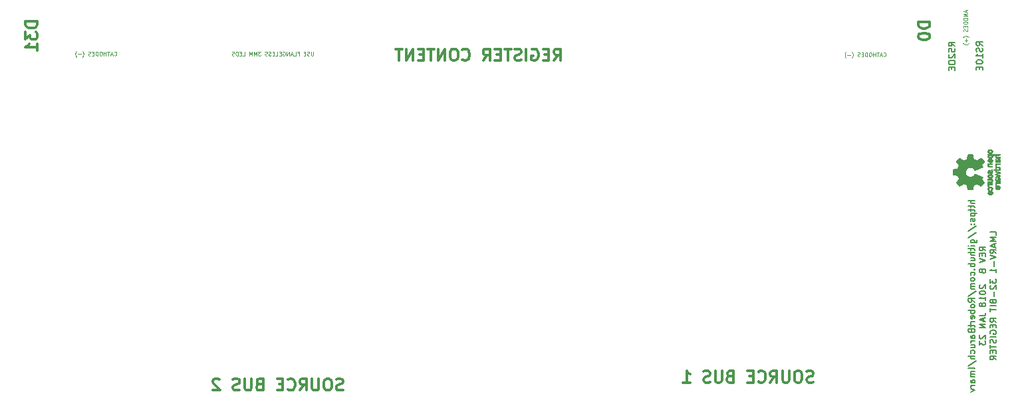
<source format=gbo>
G04 #@! TF.FileFunction,Legend,Bot*
%FSLAX46Y46*%
G04 Gerber Fmt 4.6, Leading zero omitted, Abs format (unit mm)*
G04 Created by KiCad (PCBNEW 4.0.4-stable) date 01/25/18 18:30:54*
%MOMM*%
%LPD*%
G01*
G04 APERTURE LIST*
%ADD10C,0.100000*%
%ADD11C,0.125000*%
%ADD12C,0.300000*%
%ADD13C,0.175000*%
%ADD14C,0.010000*%
G04 APERTURE END LIST*
D10*
D11*
X78221350Y-130913370D02*
X78221350Y-131318132D01*
X78197541Y-131365751D01*
X78173731Y-131389561D01*
X78126112Y-131413370D01*
X78030874Y-131413370D01*
X77983255Y-131389561D01*
X77959446Y-131365751D01*
X77935636Y-131318132D01*
X77935636Y-130913370D01*
X77721350Y-131389561D02*
X77649921Y-131413370D01*
X77530874Y-131413370D01*
X77483255Y-131389561D01*
X77459445Y-131365751D01*
X77435636Y-131318132D01*
X77435636Y-131270513D01*
X77459445Y-131222894D01*
X77483255Y-131199085D01*
X77530874Y-131175275D01*
X77626112Y-131151466D01*
X77673731Y-131127656D01*
X77697540Y-131103847D01*
X77721350Y-131056228D01*
X77721350Y-131008609D01*
X77697540Y-130960990D01*
X77673731Y-130937180D01*
X77626112Y-130913370D01*
X77507064Y-130913370D01*
X77435636Y-130937180D01*
X77221350Y-131151466D02*
X77054684Y-131151466D01*
X76983255Y-131413370D02*
X77221350Y-131413370D01*
X77221350Y-130913370D01*
X76983255Y-130913370D01*
X76221351Y-131151466D02*
X76388017Y-131151466D01*
X76388017Y-131413370D02*
X76388017Y-130913370D01*
X76149922Y-130913370D01*
X75721351Y-131413370D02*
X75959446Y-131413370D01*
X75959446Y-130913370D01*
X75578494Y-131270513D02*
X75340399Y-131270513D01*
X75626113Y-131413370D02*
X75459446Y-130913370D01*
X75292780Y-131413370D01*
X75126113Y-131413370D02*
X75126113Y-130913370D01*
X74840399Y-131413370D01*
X74840399Y-130913370D01*
X74340399Y-130937180D02*
X74388018Y-130913370D01*
X74459446Y-130913370D01*
X74530875Y-130937180D01*
X74578494Y-130984799D01*
X74602303Y-131032418D01*
X74626113Y-131127656D01*
X74626113Y-131199085D01*
X74602303Y-131294323D01*
X74578494Y-131341942D01*
X74530875Y-131389561D01*
X74459446Y-131413370D01*
X74411827Y-131413370D01*
X74340399Y-131389561D01*
X74316589Y-131365751D01*
X74316589Y-131199085D01*
X74411827Y-131199085D01*
X74102303Y-131151466D02*
X73935637Y-131151466D01*
X73864208Y-131413370D02*
X74102303Y-131413370D01*
X74102303Y-130913370D01*
X73864208Y-130913370D01*
X73411827Y-131413370D02*
X73649922Y-131413370D01*
X73649922Y-130913370D01*
X73245160Y-131151466D02*
X73078494Y-131151466D01*
X73007065Y-131413370D02*
X73245160Y-131413370D01*
X73245160Y-130913370D01*
X73007065Y-130913370D01*
X72816589Y-131389561D02*
X72745160Y-131413370D01*
X72626113Y-131413370D01*
X72578494Y-131389561D01*
X72554684Y-131365751D01*
X72530875Y-131318132D01*
X72530875Y-131270513D01*
X72554684Y-131222894D01*
X72578494Y-131199085D01*
X72626113Y-131175275D01*
X72721351Y-131151466D01*
X72768970Y-131127656D01*
X72792779Y-131103847D01*
X72816589Y-131056228D01*
X72816589Y-131008609D01*
X72792779Y-130960990D01*
X72768970Y-130937180D01*
X72721351Y-130913370D01*
X72602303Y-130913370D01*
X72530875Y-130937180D01*
X72340399Y-131389561D02*
X72268970Y-131413370D01*
X72149923Y-131413370D01*
X72102304Y-131389561D01*
X72078494Y-131365751D01*
X72054685Y-131318132D01*
X72054685Y-131270513D01*
X72078494Y-131222894D01*
X72102304Y-131199085D01*
X72149923Y-131175275D01*
X72245161Y-131151466D01*
X72292780Y-131127656D01*
X72316589Y-131103847D01*
X72340399Y-131056228D01*
X72340399Y-131008609D01*
X72316589Y-130960990D01*
X72292780Y-130937180D01*
X72245161Y-130913370D01*
X72126113Y-130913370D01*
X72054685Y-130937180D01*
X71507066Y-130913370D02*
X71197543Y-130913370D01*
X71364209Y-131103847D01*
X71292781Y-131103847D01*
X71245162Y-131127656D01*
X71221352Y-131151466D01*
X71197543Y-131199085D01*
X71197543Y-131318132D01*
X71221352Y-131365751D01*
X71245162Y-131389561D01*
X71292781Y-131413370D01*
X71435638Y-131413370D01*
X71483257Y-131389561D01*
X71507066Y-131365751D01*
X70983257Y-131413370D02*
X70983257Y-130913370D01*
X70816591Y-131270513D01*
X70649924Y-130913370D01*
X70649924Y-131413370D01*
X70411828Y-131413370D02*
X70411828Y-130913370D01*
X70245162Y-131270513D01*
X70078495Y-130913370D01*
X70078495Y-131413370D01*
X69221352Y-131413370D02*
X69459447Y-131413370D01*
X69459447Y-130913370D01*
X69054685Y-131151466D02*
X68888019Y-131151466D01*
X68816590Y-131413370D02*
X69054685Y-131413370D01*
X69054685Y-130913370D01*
X68816590Y-130913370D01*
X68602304Y-131413370D02*
X68602304Y-130913370D01*
X68483257Y-130913370D01*
X68411828Y-130937180D01*
X68364209Y-130984799D01*
X68340400Y-131032418D01*
X68316590Y-131127656D01*
X68316590Y-131199085D01*
X68340400Y-131294323D01*
X68364209Y-131341942D01*
X68411828Y-131389561D01*
X68483257Y-131413370D01*
X68602304Y-131413370D01*
X68126114Y-131389561D02*
X68054685Y-131413370D01*
X67935638Y-131413370D01*
X67888019Y-131389561D01*
X67864209Y-131365751D01*
X67840400Y-131318132D01*
X67840400Y-131270513D01*
X67864209Y-131222894D01*
X67888019Y-131199085D01*
X67935638Y-131175275D01*
X68030876Y-131151466D01*
X68078495Y-131127656D01*
X68102304Y-131103847D01*
X68126114Y-131056228D01*
X68126114Y-131008609D01*
X68102304Y-130960990D01*
X68078495Y-130937180D01*
X68030876Y-130913370D01*
X67911828Y-130913370D01*
X67840400Y-130937180D01*
D12*
X108835714Y-132068619D02*
X109335714Y-131354334D01*
X109692857Y-132068619D02*
X109692857Y-130568619D01*
X109121429Y-130568619D01*
X108978571Y-130640048D01*
X108907143Y-130711477D01*
X108835714Y-130854334D01*
X108835714Y-131068619D01*
X108907143Y-131211477D01*
X108978571Y-131282905D01*
X109121429Y-131354334D01*
X109692857Y-131354334D01*
X108192857Y-131282905D02*
X107692857Y-131282905D01*
X107478571Y-132068619D02*
X108192857Y-132068619D01*
X108192857Y-130568619D01*
X107478571Y-130568619D01*
X106050000Y-130640048D02*
X106192857Y-130568619D01*
X106407143Y-130568619D01*
X106621428Y-130640048D01*
X106764286Y-130782905D01*
X106835714Y-130925762D01*
X106907143Y-131211477D01*
X106907143Y-131425762D01*
X106835714Y-131711477D01*
X106764286Y-131854334D01*
X106621428Y-131997191D01*
X106407143Y-132068619D01*
X106264286Y-132068619D01*
X106050000Y-131997191D01*
X105978571Y-131925762D01*
X105978571Y-131425762D01*
X106264286Y-131425762D01*
X105335714Y-132068619D02*
X105335714Y-130568619D01*
X104692857Y-131997191D02*
X104478571Y-132068619D01*
X104121428Y-132068619D01*
X103978571Y-131997191D01*
X103907142Y-131925762D01*
X103835714Y-131782905D01*
X103835714Y-131640048D01*
X103907142Y-131497191D01*
X103978571Y-131425762D01*
X104121428Y-131354334D01*
X104407142Y-131282905D01*
X104550000Y-131211477D01*
X104621428Y-131140048D01*
X104692857Y-130997191D01*
X104692857Y-130854334D01*
X104621428Y-130711477D01*
X104550000Y-130640048D01*
X104407142Y-130568619D01*
X104050000Y-130568619D01*
X103835714Y-130640048D01*
X103407143Y-130568619D02*
X102550000Y-130568619D01*
X102978571Y-132068619D02*
X102978571Y-130568619D01*
X102050000Y-131282905D02*
X101550000Y-131282905D01*
X101335714Y-132068619D02*
X102050000Y-132068619D01*
X102050000Y-130568619D01*
X101335714Y-130568619D01*
X99835714Y-132068619D02*
X100335714Y-131354334D01*
X100692857Y-132068619D02*
X100692857Y-130568619D01*
X100121429Y-130568619D01*
X99978571Y-130640048D01*
X99907143Y-130711477D01*
X99835714Y-130854334D01*
X99835714Y-131068619D01*
X99907143Y-131211477D01*
X99978571Y-131282905D01*
X100121429Y-131354334D01*
X100692857Y-131354334D01*
X97192857Y-131925762D02*
X97264286Y-131997191D01*
X97478572Y-132068619D01*
X97621429Y-132068619D01*
X97835714Y-131997191D01*
X97978572Y-131854334D01*
X98050000Y-131711477D01*
X98121429Y-131425762D01*
X98121429Y-131211477D01*
X98050000Y-130925762D01*
X97978572Y-130782905D01*
X97835714Y-130640048D01*
X97621429Y-130568619D01*
X97478572Y-130568619D01*
X97264286Y-130640048D01*
X97192857Y-130711477D01*
X96264286Y-130568619D02*
X95978572Y-130568619D01*
X95835714Y-130640048D01*
X95692857Y-130782905D01*
X95621429Y-131068619D01*
X95621429Y-131568619D01*
X95692857Y-131854334D01*
X95835714Y-131997191D01*
X95978572Y-132068619D01*
X96264286Y-132068619D01*
X96407143Y-131997191D01*
X96550000Y-131854334D01*
X96621429Y-131568619D01*
X96621429Y-131068619D01*
X96550000Y-130782905D01*
X96407143Y-130640048D01*
X96264286Y-130568619D01*
X94978571Y-132068619D02*
X94978571Y-130568619D01*
X94121428Y-132068619D01*
X94121428Y-130568619D01*
X93621428Y-130568619D02*
X92764285Y-130568619D01*
X93192856Y-132068619D02*
X93192856Y-130568619D01*
X92264285Y-131282905D02*
X91764285Y-131282905D01*
X91549999Y-132068619D02*
X92264285Y-132068619D01*
X92264285Y-130568619D01*
X91549999Y-130568619D01*
X90907142Y-132068619D02*
X90907142Y-130568619D01*
X90049999Y-132068619D01*
X90049999Y-130568619D01*
X89549999Y-130568619D02*
X88692856Y-130568619D01*
X89121427Y-132068619D02*
X89121427Y-130568619D01*
D13*
X162436905Y-149872617D02*
X161636905Y-149872617D01*
X162436905Y-150215474D02*
X162017857Y-150215474D01*
X161941667Y-150177379D01*
X161903571Y-150101189D01*
X161903571Y-149986903D01*
X161941667Y-149910712D01*
X161979762Y-149872617D01*
X161903571Y-150482141D02*
X161903571Y-150786903D01*
X161636905Y-150596427D02*
X162322619Y-150596427D01*
X162398810Y-150634522D01*
X162436905Y-150710713D01*
X162436905Y-150786903D01*
X161903571Y-150939284D02*
X161903571Y-151244046D01*
X161636905Y-151053570D02*
X162322619Y-151053570D01*
X162398810Y-151091665D01*
X162436905Y-151167856D01*
X162436905Y-151244046D01*
X161903571Y-151510713D02*
X162703571Y-151510713D01*
X161941667Y-151510713D02*
X161903571Y-151586904D01*
X161903571Y-151739285D01*
X161941667Y-151815475D01*
X161979762Y-151853570D01*
X162055952Y-151891666D01*
X162284524Y-151891666D01*
X162360714Y-151853570D01*
X162398810Y-151815475D01*
X162436905Y-151739285D01*
X162436905Y-151586904D01*
X162398810Y-151510713D01*
X162398810Y-152196428D02*
X162436905Y-152272618D01*
X162436905Y-152424999D01*
X162398810Y-152501190D01*
X162322619Y-152539285D01*
X162284524Y-152539285D01*
X162208333Y-152501190D01*
X162170238Y-152424999D01*
X162170238Y-152310714D01*
X162132143Y-152234523D01*
X162055952Y-152196428D01*
X162017857Y-152196428D01*
X161941667Y-152234523D01*
X161903571Y-152310714D01*
X161903571Y-152424999D01*
X161941667Y-152501190D01*
X162360714Y-152882142D02*
X162398810Y-152920237D01*
X162436905Y-152882142D01*
X162398810Y-152844047D01*
X162360714Y-152882142D01*
X162436905Y-152882142D01*
X161941667Y-152882142D02*
X161979762Y-152920237D01*
X162017857Y-152882142D01*
X161979762Y-152844047D01*
X161941667Y-152882142D01*
X162017857Y-152882142D01*
X161598810Y-153834523D02*
X162627381Y-153148808D01*
X161598810Y-154672618D02*
X162627381Y-153986903D01*
X161903571Y-155282141D02*
X162551190Y-155282141D01*
X162627381Y-155244046D01*
X162665476Y-155205951D01*
X162703571Y-155129760D01*
X162703571Y-155015475D01*
X162665476Y-154939284D01*
X162398810Y-155282141D02*
X162436905Y-155205951D01*
X162436905Y-155053570D01*
X162398810Y-154977379D01*
X162360714Y-154939284D01*
X162284524Y-154901189D01*
X162055952Y-154901189D01*
X161979762Y-154939284D01*
X161941667Y-154977379D01*
X161903571Y-155053570D01*
X161903571Y-155205951D01*
X161941667Y-155282141D01*
X162436905Y-155663094D02*
X161903571Y-155663094D01*
X161636905Y-155663094D02*
X161675000Y-155624999D01*
X161713095Y-155663094D01*
X161675000Y-155701189D01*
X161636905Y-155663094D01*
X161713095Y-155663094D01*
X161903571Y-155929760D02*
X161903571Y-156234522D01*
X161636905Y-156044046D02*
X162322619Y-156044046D01*
X162398810Y-156082141D01*
X162436905Y-156158332D01*
X162436905Y-156234522D01*
X162436905Y-156501189D02*
X161636905Y-156501189D01*
X162436905Y-156844046D02*
X162017857Y-156844046D01*
X161941667Y-156805951D01*
X161903571Y-156729761D01*
X161903571Y-156615475D01*
X161941667Y-156539284D01*
X161979762Y-156501189D01*
X161903571Y-157567856D02*
X162436905Y-157567856D01*
X161903571Y-157224999D02*
X162322619Y-157224999D01*
X162398810Y-157263094D01*
X162436905Y-157339285D01*
X162436905Y-157453571D01*
X162398810Y-157529761D01*
X162360714Y-157567856D01*
X162436905Y-157948809D02*
X161636905Y-157948809D01*
X161941667Y-157948809D02*
X161903571Y-158025000D01*
X161903571Y-158177381D01*
X161941667Y-158253571D01*
X161979762Y-158291666D01*
X162055952Y-158329762D01*
X162284524Y-158329762D01*
X162360714Y-158291666D01*
X162398810Y-158253571D01*
X162436905Y-158177381D01*
X162436905Y-158025000D01*
X162398810Y-157948809D01*
X162360714Y-158672619D02*
X162398810Y-158710714D01*
X162436905Y-158672619D01*
X162398810Y-158634524D01*
X162360714Y-158672619D01*
X162436905Y-158672619D01*
X162398810Y-159396428D02*
X162436905Y-159320238D01*
X162436905Y-159167857D01*
X162398810Y-159091666D01*
X162360714Y-159053571D01*
X162284524Y-159015476D01*
X162055952Y-159015476D01*
X161979762Y-159053571D01*
X161941667Y-159091666D01*
X161903571Y-159167857D01*
X161903571Y-159320238D01*
X161941667Y-159396428D01*
X162436905Y-159853571D02*
X162398810Y-159777380D01*
X162360714Y-159739285D01*
X162284524Y-159701190D01*
X162055952Y-159701190D01*
X161979762Y-159739285D01*
X161941667Y-159777380D01*
X161903571Y-159853571D01*
X161903571Y-159967857D01*
X161941667Y-160044047D01*
X161979762Y-160082142D01*
X162055952Y-160120238D01*
X162284524Y-160120238D01*
X162360714Y-160082142D01*
X162398810Y-160044047D01*
X162436905Y-159967857D01*
X162436905Y-159853571D01*
X162436905Y-160463095D02*
X161903571Y-160463095D01*
X161979762Y-160463095D02*
X161941667Y-160501190D01*
X161903571Y-160577381D01*
X161903571Y-160691667D01*
X161941667Y-160767857D01*
X162017857Y-160805952D01*
X162436905Y-160805952D01*
X162017857Y-160805952D02*
X161941667Y-160844048D01*
X161903571Y-160920238D01*
X161903571Y-161034524D01*
X161941667Y-161110714D01*
X162017857Y-161148809D01*
X162436905Y-161148809D01*
X161598810Y-162101191D02*
X162627381Y-161415476D01*
X162436905Y-162825000D02*
X162055952Y-162558333D01*
X162436905Y-162367857D02*
X161636905Y-162367857D01*
X161636905Y-162672619D01*
X161675000Y-162748810D01*
X161713095Y-162786905D01*
X161789286Y-162825000D01*
X161903571Y-162825000D01*
X161979762Y-162786905D01*
X162017857Y-162748810D01*
X162055952Y-162672619D01*
X162055952Y-162367857D01*
X162436905Y-163282143D02*
X162398810Y-163205952D01*
X162360714Y-163167857D01*
X162284524Y-163129762D01*
X162055952Y-163129762D01*
X161979762Y-163167857D01*
X161941667Y-163205952D01*
X161903571Y-163282143D01*
X161903571Y-163396429D01*
X161941667Y-163472619D01*
X161979762Y-163510714D01*
X162055952Y-163548810D01*
X162284524Y-163548810D01*
X162360714Y-163510714D01*
X162398810Y-163472619D01*
X162436905Y-163396429D01*
X162436905Y-163282143D01*
X162436905Y-163891667D02*
X161636905Y-163891667D01*
X161941667Y-163891667D02*
X161903571Y-163967858D01*
X161903571Y-164120239D01*
X161941667Y-164196429D01*
X161979762Y-164234524D01*
X162055952Y-164272620D01*
X162284524Y-164272620D01*
X162360714Y-164234524D01*
X162398810Y-164196429D01*
X162436905Y-164120239D01*
X162436905Y-163967858D01*
X162398810Y-163891667D01*
X162398810Y-164920239D02*
X162436905Y-164844049D01*
X162436905Y-164691668D01*
X162398810Y-164615477D01*
X162322619Y-164577382D01*
X162017857Y-164577382D01*
X161941667Y-164615477D01*
X161903571Y-164691668D01*
X161903571Y-164844049D01*
X161941667Y-164920239D01*
X162017857Y-164958334D01*
X162094048Y-164958334D01*
X162170238Y-164577382D01*
X162436905Y-165301191D02*
X161903571Y-165301191D01*
X162055952Y-165301191D02*
X161979762Y-165339286D01*
X161941667Y-165377382D01*
X161903571Y-165453572D01*
X161903571Y-165529763D01*
X161903571Y-165682143D02*
X161903571Y-165986905D01*
X161636905Y-165796429D02*
X162322619Y-165796429D01*
X162398810Y-165834524D01*
X162436905Y-165910715D01*
X162436905Y-165986905D01*
X162017857Y-166520239D02*
X162055952Y-166634525D01*
X162094048Y-166672620D01*
X162170238Y-166710715D01*
X162284524Y-166710715D01*
X162360714Y-166672620D01*
X162398810Y-166634525D01*
X162436905Y-166558334D01*
X162436905Y-166253572D01*
X161636905Y-166253572D01*
X161636905Y-166520239D01*
X161675000Y-166596429D01*
X161713095Y-166634525D01*
X161789286Y-166672620D01*
X161865476Y-166672620D01*
X161941667Y-166634525D01*
X161979762Y-166596429D01*
X162017857Y-166520239D01*
X162017857Y-166253572D01*
X162436905Y-167396429D02*
X162017857Y-167396429D01*
X161941667Y-167358334D01*
X161903571Y-167282144D01*
X161903571Y-167129763D01*
X161941667Y-167053572D01*
X162398810Y-167396429D02*
X162436905Y-167320239D01*
X162436905Y-167129763D01*
X162398810Y-167053572D01*
X162322619Y-167015477D01*
X162246429Y-167015477D01*
X162170238Y-167053572D01*
X162132143Y-167129763D01*
X162132143Y-167320239D01*
X162094048Y-167396429D01*
X162436905Y-167777382D02*
X161903571Y-167777382D01*
X162055952Y-167777382D02*
X161979762Y-167815477D01*
X161941667Y-167853573D01*
X161903571Y-167929763D01*
X161903571Y-168005954D01*
X161903571Y-168615477D02*
X162436905Y-168615477D01*
X161903571Y-168272620D02*
X162322619Y-168272620D01*
X162398810Y-168310715D01*
X162436905Y-168386906D01*
X162436905Y-168501192D01*
X162398810Y-168577382D01*
X162360714Y-168615477D01*
X162398810Y-169339287D02*
X162436905Y-169263097D01*
X162436905Y-169110716D01*
X162398810Y-169034525D01*
X162360714Y-168996430D01*
X162284524Y-168958335D01*
X162055952Y-168958335D01*
X161979762Y-168996430D01*
X161941667Y-169034525D01*
X161903571Y-169110716D01*
X161903571Y-169263097D01*
X161941667Y-169339287D01*
X162436905Y-169682144D02*
X161636905Y-169682144D01*
X162436905Y-170025001D02*
X162017857Y-170025001D01*
X161941667Y-169986906D01*
X161903571Y-169910716D01*
X161903571Y-169796430D01*
X161941667Y-169720239D01*
X161979762Y-169682144D01*
X161598810Y-170977383D02*
X162627381Y-170291668D01*
X162436905Y-171358335D02*
X162398810Y-171282144D01*
X162322619Y-171244049D01*
X161636905Y-171244049D01*
X162436905Y-171663097D02*
X161903571Y-171663097D01*
X161979762Y-171663097D02*
X161941667Y-171701192D01*
X161903571Y-171777383D01*
X161903571Y-171891669D01*
X161941667Y-171967859D01*
X162017857Y-172005954D01*
X162436905Y-172005954D01*
X162017857Y-172005954D02*
X161941667Y-172044050D01*
X161903571Y-172120240D01*
X161903571Y-172234526D01*
X161941667Y-172310716D01*
X162017857Y-172348811D01*
X162436905Y-172348811D01*
X162436905Y-173072621D02*
X162017857Y-173072621D01*
X161941667Y-173034526D01*
X161903571Y-172958336D01*
X161903571Y-172805955D01*
X161941667Y-172729764D01*
X162398810Y-173072621D02*
X162436905Y-172996431D01*
X162436905Y-172805955D01*
X162398810Y-172729764D01*
X162322619Y-172691669D01*
X162246429Y-172691669D01*
X162170238Y-172729764D01*
X162132143Y-172805955D01*
X162132143Y-172996431D01*
X162094048Y-173072621D01*
X162436905Y-173453574D02*
X161903571Y-173453574D01*
X162055952Y-173453574D02*
X161979762Y-173491669D01*
X161941667Y-173529765D01*
X161903571Y-173605955D01*
X161903571Y-173682146D01*
X161903571Y-173872622D02*
X162436905Y-174063098D01*
X161903571Y-174253574D01*
X163811905Y-156291666D02*
X163430952Y-156024999D01*
X163811905Y-155834523D02*
X163011905Y-155834523D01*
X163011905Y-156139285D01*
X163050000Y-156215476D01*
X163088095Y-156253571D01*
X163164286Y-156291666D01*
X163278571Y-156291666D01*
X163354762Y-156253571D01*
X163392857Y-156215476D01*
X163430952Y-156139285D01*
X163430952Y-155834523D01*
X163392857Y-156634523D02*
X163392857Y-156901190D01*
X163811905Y-157015476D02*
X163811905Y-156634523D01*
X163011905Y-156634523D01*
X163011905Y-157015476D01*
X163011905Y-157244047D02*
X163811905Y-157510714D01*
X163011905Y-157777381D01*
X163392857Y-158920238D02*
X163430952Y-159034524D01*
X163469048Y-159072619D01*
X163545238Y-159110714D01*
X163659524Y-159110714D01*
X163735714Y-159072619D01*
X163773810Y-159034524D01*
X163811905Y-158958333D01*
X163811905Y-158653571D01*
X163011905Y-158653571D01*
X163011905Y-158920238D01*
X163050000Y-158996428D01*
X163088095Y-159034524D01*
X163164286Y-159072619D01*
X163240476Y-159072619D01*
X163316667Y-159034524D01*
X163354762Y-158996428D01*
X163392857Y-158920238D01*
X163392857Y-158653571D01*
X163088095Y-160634524D02*
X163050000Y-160672619D01*
X163011905Y-160748810D01*
X163011905Y-160939286D01*
X163050000Y-161015476D01*
X163088095Y-161053572D01*
X163164286Y-161091667D01*
X163240476Y-161091667D01*
X163354762Y-161053572D01*
X163811905Y-160596429D01*
X163811905Y-161091667D01*
X163011905Y-161586905D02*
X163011905Y-161663096D01*
X163050000Y-161739286D01*
X163088095Y-161777381D01*
X163164286Y-161815477D01*
X163316667Y-161853572D01*
X163507143Y-161853572D01*
X163659524Y-161815477D01*
X163735714Y-161777381D01*
X163773810Y-161739286D01*
X163811905Y-161663096D01*
X163811905Y-161586905D01*
X163773810Y-161510715D01*
X163735714Y-161472619D01*
X163659524Y-161434524D01*
X163507143Y-161396429D01*
X163316667Y-161396429D01*
X163164286Y-161434524D01*
X163088095Y-161472619D01*
X163050000Y-161510715D01*
X163011905Y-161586905D01*
X163811905Y-162615477D02*
X163811905Y-162158334D01*
X163811905Y-162386905D02*
X163011905Y-162386905D01*
X163126190Y-162310715D01*
X163202381Y-162234524D01*
X163240476Y-162158334D01*
X163354762Y-163072620D02*
X163316667Y-162996429D01*
X163278571Y-162958334D01*
X163202381Y-162920239D01*
X163164286Y-162920239D01*
X163088095Y-162958334D01*
X163050000Y-162996429D01*
X163011905Y-163072620D01*
X163011905Y-163225001D01*
X163050000Y-163301191D01*
X163088095Y-163339287D01*
X163164286Y-163377382D01*
X163202381Y-163377382D01*
X163278571Y-163339287D01*
X163316667Y-163301191D01*
X163354762Y-163225001D01*
X163354762Y-163072620D01*
X163392857Y-162996429D01*
X163430952Y-162958334D01*
X163507143Y-162920239D01*
X163659524Y-162920239D01*
X163735714Y-162958334D01*
X163773810Y-162996429D01*
X163811905Y-163072620D01*
X163811905Y-163225001D01*
X163773810Y-163301191D01*
X163735714Y-163339287D01*
X163659524Y-163377382D01*
X163507143Y-163377382D01*
X163430952Y-163339287D01*
X163392857Y-163301191D01*
X163354762Y-163225001D01*
X163011905Y-164558335D02*
X163583333Y-164558335D01*
X163697619Y-164520239D01*
X163773810Y-164444049D01*
X163811905Y-164329763D01*
X163811905Y-164253573D01*
X163583333Y-164901192D02*
X163583333Y-165282144D01*
X163811905Y-164825001D02*
X163011905Y-165091668D01*
X163811905Y-165358335D01*
X163811905Y-165625001D02*
X163011905Y-165625001D01*
X163811905Y-166082144D01*
X163011905Y-166082144D01*
X163088095Y-167034525D02*
X163050000Y-167072620D01*
X163011905Y-167148811D01*
X163011905Y-167339287D01*
X163050000Y-167415477D01*
X163088095Y-167453573D01*
X163164286Y-167491668D01*
X163240476Y-167491668D01*
X163354762Y-167453573D01*
X163811905Y-166996430D01*
X163811905Y-167491668D01*
X163011905Y-167758335D02*
X163011905Y-168253573D01*
X163316667Y-167986906D01*
X163316667Y-168101192D01*
X163354762Y-168177382D01*
X163392857Y-168215478D01*
X163469048Y-168253573D01*
X163659524Y-168253573D01*
X163735714Y-168215478D01*
X163773810Y-168177382D01*
X163811905Y-168101192D01*
X163811905Y-167872620D01*
X163773810Y-167796430D01*
X163735714Y-167758335D01*
X165186905Y-154291667D02*
X165186905Y-153910714D01*
X164386905Y-153910714D01*
X165186905Y-154558333D02*
X164386905Y-154558333D01*
X164958333Y-154825000D01*
X164386905Y-155091667D01*
X165186905Y-155091667D01*
X164958333Y-155434524D02*
X164958333Y-155815476D01*
X165186905Y-155358333D02*
X164386905Y-155625000D01*
X165186905Y-155891667D01*
X165186905Y-156615476D02*
X164805952Y-156348809D01*
X165186905Y-156158333D02*
X164386905Y-156158333D01*
X164386905Y-156463095D01*
X164425000Y-156539286D01*
X164463095Y-156577381D01*
X164539286Y-156615476D01*
X164653571Y-156615476D01*
X164729762Y-156577381D01*
X164767857Y-156539286D01*
X164805952Y-156463095D01*
X164805952Y-156158333D01*
X164386905Y-156844047D02*
X165186905Y-157110714D01*
X164386905Y-157377381D01*
X164882143Y-157644047D02*
X164882143Y-158253571D01*
X165186905Y-159053571D02*
X165186905Y-158596428D01*
X165186905Y-158824999D02*
X164386905Y-158824999D01*
X164501190Y-158748809D01*
X164577381Y-158672618D01*
X164615476Y-158596428D01*
X164386905Y-159929762D02*
X164386905Y-160425000D01*
X164691667Y-160158333D01*
X164691667Y-160272619D01*
X164729762Y-160348809D01*
X164767857Y-160386905D01*
X164844048Y-160425000D01*
X165034524Y-160425000D01*
X165110714Y-160386905D01*
X165148810Y-160348809D01*
X165186905Y-160272619D01*
X165186905Y-160044047D01*
X165148810Y-159967857D01*
X165110714Y-159929762D01*
X164463095Y-160729762D02*
X164425000Y-160767857D01*
X164386905Y-160844048D01*
X164386905Y-161034524D01*
X164425000Y-161110714D01*
X164463095Y-161148810D01*
X164539286Y-161186905D01*
X164615476Y-161186905D01*
X164729762Y-161148810D01*
X165186905Y-160691667D01*
X165186905Y-161186905D01*
X164882143Y-161529762D02*
X164882143Y-162139286D01*
X164767857Y-162786905D02*
X164805952Y-162901191D01*
X164844048Y-162939286D01*
X164920238Y-162977381D01*
X165034524Y-162977381D01*
X165110714Y-162939286D01*
X165148810Y-162901191D01*
X165186905Y-162825000D01*
X165186905Y-162520238D01*
X164386905Y-162520238D01*
X164386905Y-162786905D01*
X164425000Y-162863095D01*
X164463095Y-162901191D01*
X164539286Y-162939286D01*
X164615476Y-162939286D01*
X164691667Y-162901191D01*
X164729762Y-162863095D01*
X164767857Y-162786905D01*
X164767857Y-162520238D01*
X165186905Y-163320238D02*
X164386905Y-163320238D01*
X164386905Y-163586904D02*
X164386905Y-164044047D01*
X165186905Y-163815476D02*
X164386905Y-163815476D01*
X165186905Y-165377381D02*
X164805952Y-165110714D01*
X165186905Y-164920238D02*
X164386905Y-164920238D01*
X164386905Y-165225000D01*
X164425000Y-165301191D01*
X164463095Y-165339286D01*
X164539286Y-165377381D01*
X164653571Y-165377381D01*
X164729762Y-165339286D01*
X164767857Y-165301191D01*
X164805952Y-165225000D01*
X164805952Y-164920238D01*
X164767857Y-165720238D02*
X164767857Y-165986905D01*
X165186905Y-166101191D02*
X165186905Y-165720238D01*
X164386905Y-165720238D01*
X164386905Y-166101191D01*
X164425000Y-166863096D02*
X164386905Y-166786905D01*
X164386905Y-166672620D01*
X164425000Y-166558334D01*
X164501190Y-166482143D01*
X164577381Y-166444048D01*
X164729762Y-166405953D01*
X164844048Y-166405953D01*
X164996429Y-166444048D01*
X165072619Y-166482143D01*
X165148810Y-166558334D01*
X165186905Y-166672620D01*
X165186905Y-166748810D01*
X165148810Y-166863096D01*
X165110714Y-166901191D01*
X164844048Y-166901191D01*
X164844048Y-166748810D01*
X165186905Y-167244048D02*
X164386905Y-167244048D01*
X165148810Y-167586905D02*
X165186905Y-167701191D01*
X165186905Y-167891667D01*
X165148810Y-167967857D01*
X165110714Y-168005953D01*
X165034524Y-168044048D01*
X164958333Y-168044048D01*
X164882143Y-168005953D01*
X164844048Y-167967857D01*
X164805952Y-167891667D01*
X164767857Y-167739286D01*
X164729762Y-167663095D01*
X164691667Y-167625000D01*
X164615476Y-167586905D01*
X164539286Y-167586905D01*
X164463095Y-167625000D01*
X164425000Y-167663095D01*
X164386905Y-167739286D01*
X164386905Y-167929762D01*
X164425000Y-168044048D01*
X164386905Y-168272619D02*
X164386905Y-168729762D01*
X165186905Y-168501191D02*
X164386905Y-168501191D01*
X164767857Y-168996429D02*
X164767857Y-169263096D01*
X165186905Y-169377382D02*
X165186905Y-168996429D01*
X164386905Y-168996429D01*
X164386905Y-169377382D01*
X165186905Y-170177382D02*
X164805952Y-169910715D01*
X165186905Y-169720239D02*
X164386905Y-169720239D01*
X164386905Y-170025001D01*
X164425000Y-170101192D01*
X164463095Y-170139287D01*
X164539286Y-170177382D01*
X164653571Y-170177382D01*
X164729762Y-170139287D01*
X164767857Y-170101192D01*
X164805952Y-170025001D01*
X164805952Y-169720239D01*
D12*
X141885714Y-173007143D02*
X141671428Y-173078571D01*
X141314285Y-173078571D01*
X141171428Y-173007143D01*
X141099999Y-172935714D01*
X141028571Y-172792857D01*
X141028571Y-172650000D01*
X141099999Y-172507143D01*
X141171428Y-172435714D01*
X141314285Y-172364286D01*
X141599999Y-172292857D01*
X141742857Y-172221429D01*
X141814285Y-172150000D01*
X141885714Y-172007143D01*
X141885714Y-171864286D01*
X141814285Y-171721429D01*
X141742857Y-171650000D01*
X141599999Y-171578571D01*
X141242857Y-171578571D01*
X141028571Y-171650000D01*
X140100000Y-171578571D02*
X139814286Y-171578571D01*
X139671428Y-171650000D01*
X139528571Y-171792857D01*
X139457143Y-172078571D01*
X139457143Y-172578571D01*
X139528571Y-172864286D01*
X139671428Y-173007143D01*
X139814286Y-173078571D01*
X140100000Y-173078571D01*
X140242857Y-173007143D01*
X140385714Y-172864286D01*
X140457143Y-172578571D01*
X140457143Y-172078571D01*
X140385714Y-171792857D01*
X140242857Y-171650000D01*
X140100000Y-171578571D01*
X138814285Y-171578571D02*
X138814285Y-172792857D01*
X138742857Y-172935714D01*
X138671428Y-173007143D01*
X138528571Y-173078571D01*
X138242857Y-173078571D01*
X138099999Y-173007143D01*
X138028571Y-172935714D01*
X137957142Y-172792857D01*
X137957142Y-171578571D01*
X136385713Y-173078571D02*
X136885713Y-172364286D01*
X137242856Y-173078571D02*
X137242856Y-171578571D01*
X136671428Y-171578571D01*
X136528570Y-171650000D01*
X136457142Y-171721429D01*
X136385713Y-171864286D01*
X136385713Y-172078571D01*
X136457142Y-172221429D01*
X136528570Y-172292857D01*
X136671428Y-172364286D01*
X137242856Y-172364286D01*
X134885713Y-172935714D02*
X134957142Y-173007143D01*
X135171428Y-173078571D01*
X135314285Y-173078571D01*
X135528570Y-173007143D01*
X135671428Y-172864286D01*
X135742856Y-172721429D01*
X135814285Y-172435714D01*
X135814285Y-172221429D01*
X135742856Y-171935714D01*
X135671428Y-171792857D01*
X135528570Y-171650000D01*
X135314285Y-171578571D01*
X135171428Y-171578571D01*
X134957142Y-171650000D01*
X134885713Y-171721429D01*
X134242856Y-172292857D02*
X133742856Y-172292857D01*
X133528570Y-173078571D02*
X134242856Y-173078571D01*
X134242856Y-171578571D01*
X133528570Y-171578571D01*
X131242856Y-172292857D02*
X131028570Y-172364286D01*
X130957142Y-172435714D01*
X130885713Y-172578571D01*
X130885713Y-172792857D01*
X130957142Y-172935714D01*
X131028570Y-173007143D01*
X131171428Y-173078571D01*
X131742856Y-173078571D01*
X131742856Y-171578571D01*
X131242856Y-171578571D01*
X131099999Y-171650000D01*
X131028570Y-171721429D01*
X130957142Y-171864286D01*
X130957142Y-172007143D01*
X131028570Y-172150000D01*
X131099999Y-172221429D01*
X131242856Y-172292857D01*
X131742856Y-172292857D01*
X130242856Y-171578571D02*
X130242856Y-172792857D01*
X130171428Y-172935714D01*
X130099999Y-173007143D01*
X129957142Y-173078571D01*
X129671428Y-173078571D01*
X129528570Y-173007143D01*
X129457142Y-172935714D01*
X129385713Y-172792857D01*
X129385713Y-171578571D01*
X128742856Y-173007143D02*
X128528570Y-173078571D01*
X128171427Y-173078571D01*
X128028570Y-173007143D01*
X127957141Y-172935714D01*
X127885713Y-172792857D01*
X127885713Y-172650000D01*
X127957141Y-172507143D01*
X128028570Y-172435714D01*
X128171427Y-172364286D01*
X128457141Y-172292857D01*
X128599999Y-172221429D01*
X128671427Y-172150000D01*
X128742856Y-172007143D01*
X128742856Y-171864286D01*
X128671427Y-171721429D01*
X128599999Y-171650000D01*
X128457141Y-171578571D01*
X128099999Y-171578571D01*
X127885713Y-171650000D01*
X125314285Y-173078571D02*
X126171428Y-173078571D01*
X125742856Y-173078571D02*
X125742856Y-171578571D01*
X125885713Y-171792857D01*
X126028571Y-171935714D01*
X126171428Y-172007143D01*
X81985714Y-174007143D02*
X81771428Y-174078571D01*
X81414285Y-174078571D01*
X81271428Y-174007143D01*
X81199999Y-173935714D01*
X81128571Y-173792857D01*
X81128571Y-173650000D01*
X81199999Y-173507143D01*
X81271428Y-173435714D01*
X81414285Y-173364286D01*
X81699999Y-173292857D01*
X81842857Y-173221429D01*
X81914285Y-173150000D01*
X81985714Y-173007143D01*
X81985714Y-172864286D01*
X81914285Y-172721429D01*
X81842857Y-172650000D01*
X81699999Y-172578571D01*
X81342857Y-172578571D01*
X81128571Y-172650000D01*
X80200000Y-172578571D02*
X79914286Y-172578571D01*
X79771428Y-172650000D01*
X79628571Y-172792857D01*
X79557143Y-173078571D01*
X79557143Y-173578571D01*
X79628571Y-173864286D01*
X79771428Y-174007143D01*
X79914286Y-174078571D01*
X80200000Y-174078571D01*
X80342857Y-174007143D01*
X80485714Y-173864286D01*
X80557143Y-173578571D01*
X80557143Y-173078571D01*
X80485714Y-172792857D01*
X80342857Y-172650000D01*
X80200000Y-172578571D01*
X78914285Y-172578571D02*
X78914285Y-173792857D01*
X78842857Y-173935714D01*
X78771428Y-174007143D01*
X78628571Y-174078571D01*
X78342857Y-174078571D01*
X78199999Y-174007143D01*
X78128571Y-173935714D01*
X78057142Y-173792857D01*
X78057142Y-172578571D01*
X76485713Y-174078571D02*
X76985713Y-173364286D01*
X77342856Y-174078571D02*
X77342856Y-172578571D01*
X76771428Y-172578571D01*
X76628570Y-172650000D01*
X76557142Y-172721429D01*
X76485713Y-172864286D01*
X76485713Y-173078571D01*
X76557142Y-173221429D01*
X76628570Y-173292857D01*
X76771428Y-173364286D01*
X77342856Y-173364286D01*
X74985713Y-173935714D02*
X75057142Y-174007143D01*
X75271428Y-174078571D01*
X75414285Y-174078571D01*
X75628570Y-174007143D01*
X75771428Y-173864286D01*
X75842856Y-173721429D01*
X75914285Y-173435714D01*
X75914285Y-173221429D01*
X75842856Y-172935714D01*
X75771428Y-172792857D01*
X75628570Y-172650000D01*
X75414285Y-172578571D01*
X75271428Y-172578571D01*
X75057142Y-172650000D01*
X74985713Y-172721429D01*
X74342856Y-173292857D02*
X73842856Y-173292857D01*
X73628570Y-174078571D02*
X74342856Y-174078571D01*
X74342856Y-172578571D01*
X73628570Y-172578571D01*
X71342856Y-173292857D02*
X71128570Y-173364286D01*
X71057142Y-173435714D01*
X70985713Y-173578571D01*
X70985713Y-173792857D01*
X71057142Y-173935714D01*
X71128570Y-174007143D01*
X71271428Y-174078571D01*
X71842856Y-174078571D01*
X71842856Y-172578571D01*
X71342856Y-172578571D01*
X71199999Y-172650000D01*
X71128570Y-172721429D01*
X71057142Y-172864286D01*
X71057142Y-173007143D01*
X71128570Y-173150000D01*
X71199999Y-173221429D01*
X71342856Y-173292857D01*
X71842856Y-173292857D01*
X70342856Y-172578571D02*
X70342856Y-173792857D01*
X70271428Y-173935714D01*
X70199999Y-174007143D01*
X70057142Y-174078571D01*
X69771428Y-174078571D01*
X69628570Y-174007143D01*
X69557142Y-173935714D01*
X69485713Y-173792857D01*
X69485713Y-172578571D01*
X68842856Y-174007143D02*
X68628570Y-174078571D01*
X68271427Y-174078571D01*
X68128570Y-174007143D01*
X68057141Y-173935714D01*
X67985713Y-173792857D01*
X67985713Y-173650000D01*
X68057141Y-173507143D01*
X68128570Y-173435714D01*
X68271427Y-173364286D01*
X68557141Y-173292857D01*
X68699999Y-173221429D01*
X68771427Y-173150000D01*
X68842856Y-173007143D01*
X68842856Y-172864286D01*
X68771427Y-172721429D01*
X68699999Y-172650000D01*
X68557141Y-172578571D01*
X68199999Y-172578571D01*
X67985713Y-172650000D01*
X66271428Y-172721429D02*
X66199999Y-172650000D01*
X66057142Y-172578571D01*
X65699999Y-172578571D01*
X65557142Y-172650000D01*
X65485713Y-172721429D01*
X65414285Y-172864286D01*
X65414285Y-173007143D01*
X65485713Y-173221429D01*
X66342856Y-174078571D01*
X65414285Y-174078571D01*
D11*
X150821428Y-131468619D02*
X150845238Y-131492429D01*
X150916666Y-131516238D01*
X150964285Y-131516238D01*
X151035714Y-131492429D01*
X151083333Y-131444810D01*
X151107142Y-131397191D01*
X151130952Y-131301953D01*
X151130952Y-131230524D01*
X151107142Y-131135286D01*
X151083333Y-131087667D01*
X151035714Y-131040048D01*
X150964285Y-131016238D01*
X150916666Y-131016238D01*
X150845238Y-131040048D01*
X150821428Y-131063858D01*
X150630952Y-131373381D02*
X150392857Y-131373381D01*
X150678571Y-131516238D02*
X150511904Y-131016238D01*
X150345238Y-131516238D01*
X150250000Y-131016238D02*
X149964286Y-131016238D01*
X150107143Y-131516238D02*
X150107143Y-131016238D01*
X149797619Y-131516238D02*
X149797619Y-131016238D01*
X149797619Y-131254334D02*
X149511905Y-131254334D01*
X149511905Y-131516238D02*
X149511905Y-131016238D01*
X149178571Y-131016238D02*
X149083333Y-131016238D01*
X149035714Y-131040048D01*
X148988095Y-131087667D01*
X148964286Y-131182905D01*
X148964286Y-131349572D01*
X148988095Y-131444810D01*
X149035714Y-131492429D01*
X149083333Y-131516238D01*
X149178571Y-131516238D01*
X149226190Y-131492429D01*
X149273809Y-131444810D01*
X149297619Y-131349572D01*
X149297619Y-131182905D01*
X149273809Y-131087667D01*
X149226190Y-131040048D01*
X149178571Y-131016238D01*
X148749999Y-131516238D02*
X148749999Y-131016238D01*
X148630952Y-131016238D01*
X148559523Y-131040048D01*
X148511904Y-131087667D01*
X148488095Y-131135286D01*
X148464285Y-131230524D01*
X148464285Y-131301953D01*
X148488095Y-131397191D01*
X148511904Y-131444810D01*
X148559523Y-131492429D01*
X148630952Y-131516238D01*
X148749999Y-131516238D01*
X148249999Y-131254334D02*
X148083333Y-131254334D01*
X148011904Y-131516238D02*
X148249999Y-131516238D01*
X148249999Y-131016238D01*
X148011904Y-131016238D01*
X147821428Y-131492429D02*
X147749999Y-131516238D01*
X147630952Y-131516238D01*
X147583333Y-131492429D01*
X147559523Y-131468619D01*
X147535714Y-131421000D01*
X147535714Y-131373381D01*
X147559523Y-131325762D01*
X147583333Y-131301953D01*
X147630952Y-131278143D01*
X147726190Y-131254334D01*
X147773809Y-131230524D01*
X147797618Y-131206715D01*
X147821428Y-131159096D01*
X147821428Y-131111477D01*
X147797618Y-131063858D01*
X147773809Y-131040048D01*
X147726190Y-131016238D01*
X147607142Y-131016238D01*
X147535714Y-131040048D01*
X146797619Y-131706715D02*
X146821429Y-131682905D01*
X146869048Y-131611477D01*
X146892857Y-131563858D01*
X146916667Y-131492429D01*
X146940476Y-131373381D01*
X146940476Y-131278143D01*
X146916667Y-131159096D01*
X146892857Y-131087667D01*
X146869048Y-131040048D01*
X146821429Y-130968619D01*
X146797619Y-130944810D01*
X146607143Y-131325762D02*
X146226191Y-131325762D01*
X146035714Y-131706715D02*
X146011905Y-131682905D01*
X145964286Y-131611477D01*
X145940476Y-131563858D01*
X145916667Y-131492429D01*
X145892857Y-131373381D01*
X145892857Y-131278143D01*
X145916667Y-131159096D01*
X145940476Y-131087667D01*
X145964286Y-131040048D01*
X146011905Y-130968619D01*
X146035714Y-130944810D01*
X161373333Y-125641364D02*
X161373333Y-125879459D01*
X161516190Y-125593745D02*
X161016190Y-125760412D01*
X161516190Y-125927078D01*
X161516190Y-126093745D02*
X161016190Y-126093745D01*
X161516190Y-126379459D01*
X161016190Y-126379459D01*
X161016190Y-126712793D02*
X161016190Y-126808031D01*
X161040000Y-126855650D01*
X161087619Y-126903269D01*
X161182857Y-126927078D01*
X161349524Y-126927078D01*
X161444762Y-126903269D01*
X161492381Y-126855650D01*
X161516190Y-126808031D01*
X161516190Y-126712793D01*
X161492381Y-126665174D01*
X161444762Y-126617555D01*
X161349524Y-126593745D01*
X161182857Y-126593745D01*
X161087619Y-126617555D01*
X161040000Y-126665174D01*
X161016190Y-126712793D01*
X161516190Y-127141365D02*
X161016190Y-127141365D01*
X161016190Y-127260412D01*
X161040000Y-127331841D01*
X161087619Y-127379460D01*
X161135238Y-127403269D01*
X161230476Y-127427079D01*
X161301905Y-127427079D01*
X161397143Y-127403269D01*
X161444762Y-127379460D01*
X161492381Y-127331841D01*
X161516190Y-127260412D01*
X161516190Y-127141365D01*
X161254286Y-127641365D02*
X161254286Y-127808031D01*
X161516190Y-127879460D02*
X161516190Y-127641365D01*
X161016190Y-127641365D01*
X161016190Y-127879460D01*
X161492381Y-128069936D02*
X161516190Y-128141365D01*
X161516190Y-128260412D01*
X161492381Y-128308031D01*
X161468571Y-128331841D01*
X161420952Y-128355650D01*
X161373333Y-128355650D01*
X161325714Y-128331841D01*
X161301905Y-128308031D01*
X161278095Y-128260412D01*
X161254286Y-128165174D01*
X161230476Y-128117555D01*
X161206667Y-128093746D01*
X161159048Y-128069936D01*
X161111429Y-128069936D01*
X161063810Y-128093746D01*
X161040000Y-128117555D01*
X161016190Y-128165174D01*
X161016190Y-128284222D01*
X161040000Y-128355650D01*
X161706667Y-129093745D02*
X161682857Y-129069935D01*
X161611429Y-129022316D01*
X161563810Y-128998507D01*
X161492381Y-128974697D01*
X161373333Y-128950888D01*
X161278095Y-128950888D01*
X161159048Y-128974697D01*
X161087619Y-128998507D01*
X161040000Y-129022316D01*
X160968571Y-129069935D01*
X160944762Y-129093745D01*
X161325714Y-129284221D02*
X161325714Y-129665173D01*
X161516190Y-129474697D02*
X161135238Y-129474697D01*
X161706667Y-129855650D02*
X161682857Y-129879459D01*
X161611429Y-129927078D01*
X161563810Y-129950888D01*
X161492381Y-129974697D01*
X161373333Y-129998507D01*
X161278095Y-129998507D01*
X161159048Y-129974697D01*
X161087619Y-129950888D01*
X161040000Y-129927078D01*
X160968571Y-129879459D01*
X160944762Y-129855650D01*
X52846828Y-131362841D02*
X52870638Y-131386651D01*
X52942066Y-131410460D01*
X52989685Y-131410460D01*
X53061114Y-131386651D01*
X53108733Y-131339032D01*
X53132542Y-131291413D01*
X53156352Y-131196175D01*
X53156352Y-131124746D01*
X53132542Y-131029508D01*
X53108733Y-130981889D01*
X53061114Y-130934270D01*
X52989685Y-130910460D01*
X52942066Y-130910460D01*
X52870638Y-130934270D01*
X52846828Y-130958080D01*
X52656352Y-131267603D02*
X52418257Y-131267603D01*
X52703971Y-131410460D02*
X52537304Y-130910460D01*
X52370638Y-131410460D01*
X52275400Y-130910460D02*
X51989686Y-130910460D01*
X52132543Y-131410460D02*
X52132543Y-130910460D01*
X51823019Y-131410460D02*
X51823019Y-130910460D01*
X51823019Y-131148556D02*
X51537305Y-131148556D01*
X51537305Y-131410460D02*
X51537305Y-130910460D01*
X51203971Y-130910460D02*
X51108733Y-130910460D01*
X51061114Y-130934270D01*
X51013495Y-130981889D01*
X50989686Y-131077127D01*
X50989686Y-131243794D01*
X51013495Y-131339032D01*
X51061114Y-131386651D01*
X51108733Y-131410460D01*
X51203971Y-131410460D01*
X51251590Y-131386651D01*
X51299209Y-131339032D01*
X51323019Y-131243794D01*
X51323019Y-131077127D01*
X51299209Y-130981889D01*
X51251590Y-130934270D01*
X51203971Y-130910460D01*
X50775399Y-131410460D02*
X50775399Y-130910460D01*
X50656352Y-130910460D01*
X50584923Y-130934270D01*
X50537304Y-130981889D01*
X50513495Y-131029508D01*
X50489685Y-131124746D01*
X50489685Y-131196175D01*
X50513495Y-131291413D01*
X50537304Y-131339032D01*
X50584923Y-131386651D01*
X50656352Y-131410460D01*
X50775399Y-131410460D01*
X50275399Y-131148556D02*
X50108733Y-131148556D01*
X50037304Y-131410460D02*
X50275399Y-131410460D01*
X50275399Y-130910460D01*
X50037304Y-130910460D01*
X49846828Y-131386651D02*
X49775399Y-131410460D01*
X49656352Y-131410460D01*
X49608733Y-131386651D01*
X49584923Y-131362841D01*
X49561114Y-131315222D01*
X49561114Y-131267603D01*
X49584923Y-131219984D01*
X49608733Y-131196175D01*
X49656352Y-131172365D01*
X49751590Y-131148556D01*
X49799209Y-131124746D01*
X49823018Y-131100937D01*
X49846828Y-131053318D01*
X49846828Y-131005699D01*
X49823018Y-130958080D01*
X49799209Y-130934270D01*
X49751590Y-130910460D01*
X49632542Y-130910460D01*
X49561114Y-130934270D01*
X48823019Y-131600937D02*
X48846829Y-131577127D01*
X48894448Y-131505699D01*
X48918257Y-131458080D01*
X48942067Y-131386651D01*
X48965876Y-131267603D01*
X48965876Y-131172365D01*
X48942067Y-131053318D01*
X48918257Y-130981889D01*
X48894448Y-130934270D01*
X48846829Y-130862841D01*
X48823019Y-130839032D01*
X48632543Y-131219984D02*
X48251591Y-131219984D01*
X48061114Y-131600937D02*
X48037305Y-131577127D01*
X47989686Y-131505699D01*
X47965876Y-131458080D01*
X47942067Y-131386651D01*
X47918257Y-131267603D01*
X47918257Y-131172365D01*
X47942067Y-131053318D01*
X47965876Y-130981889D01*
X47989686Y-130934270D01*
X48037305Y-130862841D01*
X48061114Y-130839032D01*
D12*
X156728571Y-127117858D02*
X155228571Y-127117858D01*
X155228571Y-127475001D01*
X155300000Y-127689286D01*
X155442857Y-127832144D01*
X155585714Y-127903572D01*
X155871429Y-127975001D01*
X156085714Y-127975001D01*
X156371429Y-127903572D01*
X156514286Y-127832144D01*
X156657143Y-127689286D01*
X156728571Y-127475001D01*
X156728571Y-127117858D01*
X155228571Y-128903572D02*
X155228571Y-129046429D01*
X155300000Y-129189286D01*
X155371429Y-129260715D01*
X155514286Y-129332144D01*
X155800000Y-129403572D01*
X156157143Y-129403572D01*
X156442857Y-129332144D01*
X156585714Y-129260715D01*
X156657143Y-129189286D01*
X156728571Y-129046429D01*
X156728571Y-128903572D01*
X156657143Y-128760715D01*
X156585714Y-128689286D01*
X156442857Y-128617858D01*
X156157143Y-128546429D01*
X155800000Y-128546429D01*
X155514286Y-128617858D01*
X155371429Y-128689286D01*
X155300000Y-128760715D01*
X155228571Y-128903572D01*
D13*
X163422285Y-130143402D02*
X163041332Y-129876735D01*
X163422285Y-129686259D02*
X162622285Y-129686259D01*
X162622285Y-129991021D01*
X162660380Y-130067212D01*
X162698475Y-130105307D01*
X162774666Y-130143402D01*
X162888951Y-130143402D01*
X162965142Y-130105307D01*
X163003237Y-130067212D01*
X163041332Y-129991021D01*
X163041332Y-129686259D01*
X163384190Y-130448164D02*
X163422285Y-130562450D01*
X163422285Y-130752926D01*
X163384190Y-130829116D01*
X163346094Y-130867212D01*
X163269904Y-130905307D01*
X163193713Y-130905307D01*
X163117523Y-130867212D01*
X163079428Y-130829116D01*
X163041332Y-130752926D01*
X163003237Y-130600545D01*
X162965142Y-130524354D01*
X162927047Y-130486259D01*
X162850856Y-130448164D01*
X162774666Y-130448164D01*
X162698475Y-130486259D01*
X162660380Y-130524354D01*
X162622285Y-130600545D01*
X162622285Y-130791021D01*
X162660380Y-130905307D01*
X163422285Y-131667212D02*
X163422285Y-131210069D01*
X163422285Y-131438640D02*
X162622285Y-131438640D01*
X162736570Y-131362450D01*
X162812761Y-131286259D01*
X162850856Y-131210069D01*
X162622285Y-132162450D02*
X162622285Y-132314831D01*
X162660380Y-132391022D01*
X162736570Y-132467212D01*
X162888951Y-132505307D01*
X163155618Y-132505307D01*
X163307999Y-132467212D01*
X163384190Y-132391022D01*
X163422285Y-132314831D01*
X163422285Y-132162450D01*
X163384190Y-132086260D01*
X163307999Y-132010069D01*
X163155618Y-131971974D01*
X162888951Y-131971974D01*
X162736570Y-132010069D01*
X162660380Y-132086260D01*
X162622285Y-132162450D01*
X163003237Y-132848164D02*
X163003237Y-133114831D01*
X163422285Y-133229117D02*
X163422285Y-132848164D01*
X162622285Y-132848164D01*
X162622285Y-133229117D01*
X159901845Y-130209442D02*
X159520892Y-129942775D01*
X159901845Y-129752299D02*
X159101845Y-129752299D01*
X159101845Y-130057061D01*
X159139940Y-130133252D01*
X159178035Y-130171347D01*
X159254226Y-130209442D01*
X159368511Y-130209442D01*
X159444702Y-130171347D01*
X159482797Y-130133252D01*
X159520892Y-130057061D01*
X159520892Y-129752299D01*
X159863750Y-130514204D02*
X159901845Y-130628490D01*
X159901845Y-130818966D01*
X159863750Y-130895156D01*
X159825654Y-130933252D01*
X159749464Y-130971347D01*
X159673273Y-130971347D01*
X159597083Y-130933252D01*
X159558988Y-130895156D01*
X159520892Y-130818966D01*
X159482797Y-130666585D01*
X159444702Y-130590394D01*
X159406607Y-130552299D01*
X159330416Y-130514204D01*
X159254226Y-130514204D01*
X159178035Y-130552299D01*
X159139940Y-130590394D01*
X159101845Y-130666585D01*
X159101845Y-130857061D01*
X159139940Y-130971347D01*
X159178035Y-131276109D02*
X159139940Y-131314204D01*
X159101845Y-131390395D01*
X159101845Y-131580871D01*
X159139940Y-131657061D01*
X159178035Y-131695157D01*
X159254226Y-131733252D01*
X159330416Y-131733252D01*
X159444702Y-131695157D01*
X159901845Y-131238014D01*
X159901845Y-131733252D01*
X159101845Y-132228490D02*
X159101845Y-132380871D01*
X159139940Y-132457062D01*
X159216130Y-132533252D01*
X159368511Y-132571347D01*
X159635178Y-132571347D01*
X159787559Y-132533252D01*
X159863750Y-132457062D01*
X159901845Y-132380871D01*
X159901845Y-132228490D01*
X159863750Y-132152300D01*
X159787559Y-132076109D01*
X159635178Y-132038014D01*
X159368511Y-132038014D01*
X159216130Y-132076109D01*
X159139940Y-132152300D01*
X159101845Y-132228490D01*
X159482797Y-132914204D02*
X159482797Y-133180871D01*
X159901845Y-133295157D02*
X159901845Y-132914204D01*
X159101845Y-132914204D01*
X159101845Y-133295157D01*
D12*
X43078571Y-127078572D02*
X41578571Y-127078572D01*
X41578571Y-127435715D01*
X41650000Y-127650000D01*
X41792857Y-127792858D01*
X41935714Y-127864286D01*
X42221429Y-127935715D01*
X42435714Y-127935715D01*
X42721429Y-127864286D01*
X42864286Y-127792858D01*
X43007143Y-127650000D01*
X43078571Y-127435715D01*
X43078571Y-127078572D01*
X41578571Y-128435715D02*
X41578571Y-129364286D01*
X42150000Y-128864286D01*
X42150000Y-129078572D01*
X42221429Y-129221429D01*
X42292857Y-129292858D01*
X42435714Y-129364286D01*
X42792857Y-129364286D01*
X42935714Y-129292858D01*
X43007143Y-129221429D01*
X43078571Y-129078572D01*
X43078571Y-128650000D01*
X43007143Y-128507143D01*
X42935714Y-128435715D01*
X43078571Y-130792857D02*
X43078571Y-129935714D01*
X43078571Y-130364286D02*
X41578571Y-130364286D01*
X41792857Y-130221429D01*
X41935714Y-130078571D01*
X42007143Y-129935714D01*
D14*
G36*
X164094184Y-144341241D02*
X164107282Y-144367753D01*
X164130106Y-144400447D01*
X164154996Y-144424275D01*
X164186249Y-144440594D01*
X164228166Y-144450760D01*
X164285044Y-144456128D01*
X164361184Y-144458056D01*
X164393917Y-144458169D01*
X164465656Y-144457839D01*
X164516927Y-144456473D01*
X164552404Y-144453500D01*
X164576763Y-144448351D01*
X164594680Y-144440457D01*
X164606902Y-144432243D01*
X164658905Y-144379813D01*
X164690184Y-144318070D01*
X164699592Y-144251464D01*
X164685980Y-144184442D01*
X164676354Y-144163208D01*
X164649859Y-144112376D01*
X165065052Y-144112376D01*
X165045868Y-144149475D01*
X165031025Y-144198357D01*
X165027222Y-144258439D01*
X165034243Y-144318436D01*
X165050013Y-144363744D01*
X165080047Y-144401325D01*
X165123024Y-144433436D01*
X165127436Y-144435850D01*
X165148221Y-144446033D01*
X165169170Y-144453470D01*
X165194548Y-144458589D01*
X165228618Y-144461819D01*
X165275641Y-144463587D01*
X165339882Y-144464323D01*
X165412176Y-144464456D01*
X165642822Y-144464456D01*
X165642822Y-144326139D01*
X165217533Y-144326139D01*
X165184979Y-144287451D01*
X165158940Y-144247262D01*
X165154205Y-144209203D01*
X165166389Y-144170934D01*
X165178320Y-144150538D01*
X165195313Y-144135358D01*
X165220995Y-144124562D01*
X165258991Y-144117317D01*
X165312926Y-144112792D01*
X165386425Y-144110156D01*
X165435347Y-144109228D01*
X165636535Y-144106089D01*
X165640336Y-144040074D01*
X165644136Y-143974060D01*
X164395650Y-143974060D01*
X164395650Y-144112376D01*
X164465254Y-144115903D01*
X164513569Y-144127785D01*
X164543631Y-144149980D01*
X164558471Y-144184441D01*
X164561436Y-144219258D01*
X164558028Y-144258671D01*
X164544617Y-144284829D01*
X164526896Y-144301186D01*
X164507835Y-144314063D01*
X164486601Y-144321728D01*
X164456849Y-144325139D01*
X164412236Y-144325251D01*
X164374880Y-144324103D01*
X164318604Y-144321468D01*
X164281658Y-144317544D01*
X164258223Y-144310937D01*
X164242480Y-144300251D01*
X164233380Y-144290167D01*
X164213537Y-144248030D01*
X164210332Y-144198160D01*
X164217168Y-144169524D01*
X164241464Y-144141172D01*
X164288728Y-144122391D01*
X164358624Y-144113288D01*
X164395650Y-144112376D01*
X164395650Y-143974060D01*
X164083614Y-143974060D01*
X164083614Y-144043218D01*
X164085256Y-144084740D01*
X164091087Y-144106162D01*
X164102461Y-144112374D01*
X164102798Y-144112376D01*
X164113938Y-144115258D01*
X164112673Y-144127970D01*
X164100433Y-144153243D01*
X164081707Y-144212131D01*
X164079739Y-144278385D01*
X164094184Y-144341241D01*
X164094184Y-144341241D01*
G37*
X164094184Y-144341241D02*
X164107282Y-144367753D01*
X164130106Y-144400447D01*
X164154996Y-144424275D01*
X164186249Y-144440594D01*
X164228166Y-144450760D01*
X164285044Y-144456128D01*
X164361184Y-144458056D01*
X164393917Y-144458169D01*
X164465656Y-144457839D01*
X164516927Y-144456473D01*
X164552404Y-144453500D01*
X164576763Y-144448351D01*
X164594680Y-144440457D01*
X164606902Y-144432243D01*
X164658905Y-144379813D01*
X164690184Y-144318070D01*
X164699592Y-144251464D01*
X164685980Y-144184442D01*
X164676354Y-144163208D01*
X164649859Y-144112376D01*
X165065052Y-144112376D01*
X165045868Y-144149475D01*
X165031025Y-144198357D01*
X165027222Y-144258439D01*
X165034243Y-144318436D01*
X165050013Y-144363744D01*
X165080047Y-144401325D01*
X165123024Y-144433436D01*
X165127436Y-144435850D01*
X165148221Y-144446033D01*
X165169170Y-144453470D01*
X165194548Y-144458589D01*
X165228618Y-144461819D01*
X165275641Y-144463587D01*
X165339882Y-144464323D01*
X165412176Y-144464456D01*
X165642822Y-144464456D01*
X165642822Y-144326139D01*
X165217533Y-144326139D01*
X165184979Y-144287451D01*
X165158940Y-144247262D01*
X165154205Y-144209203D01*
X165166389Y-144170934D01*
X165178320Y-144150538D01*
X165195313Y-144135358D01*
X165220995Y-144124562D01*
X165258991Y-144117317D01*
X165312926Y-144112792D01*
X165386425Y-144110156D01*
X165435347Y-144109228D01*
X165636535Y-144106089D01*
X165640336Y-144040074D01*
X165644136Y-143974060D01*
X164395650Y-143974060D01*
X164395650Y-144112376D01*
X164465254Y-144115903D01*
X164513569Y-144127785D01*
X164543631Y-144149980D01*
X164558471Y-144184441D01*
X164561436Y-144219258D01*
X164558028Y-144258671D01*
X164544617Y-144284829D01*
X164526896Y-144301186D01*
X164507835Y-144314063D01*
X164486601Y-144321728D01*
X164456849Y-144325139D01*
X164412236Y-144325251D01*
X164374880Y-144324103D01*
X164318604Y-144321468D01*
X164281658Y-144317544D01*
X164258223Y-144310937D01*
X164242480Y-144300251D01*
X164233380Y-144290167D01*
X164213537Y-144248030D01*
X164210332Y-144198160D01*
X164217168Y-144169524D01*
X164241464Y-144141172D01*
X164288728Y-144122391D01*
X164358624Y-144113288D01*
X164395650Y-144112376D01*
X164395650Y-143974060D01*
X164083614Y-143974060D01*
X164083614Y-144043218D01*
X164085256Y-144084740D01*
X164091087Y-144106162D01*
X164102461Y-144112374D01*
X164102798Y-144112376D01*
X164113938Y-144115258D01*
X164112673Y-144127970D01*
X164100433Y-144153243D01*
X164081707Y-144212131D01*
X164079739Y-144278385D01*
X164094184Y-144341241D01*
G36*
X165031555Y-144865790D02*
X165047339Y-144924945D01*
X165075948Y-144969977D01*
X165113419Y-145001754D01*
X165129411Y-145011634D01*
X165146163Y-145018927D01*
X165167592Y-145024026D01*
X165197616Y-145027321D01*
X165240154Y-145029203D01*
X165299122Y-145030063D01*
X165378440Y-145030293D01*
X165399484Y-145030297D01*
X165642822Y-145030297D01*
X165642822Y-144969941D01*
X165640126Y-144931443D01*
X165633295Y-144902977D01*
X165629083Y-144895845D01*
X165621813Y-144876348D01*
X165629083Y-144856434D01*
X165638160Y-144823647D01*
X165641813Y-144776022D01*
X165640228Y-144723236D01*
X165633589Y-144674964D01*
X165625072Y-144646782D01*
X165590063Y-144592247D01*
X165541479Y-144558165D01*
X165476882Y-144542843D01*
X165475223Y-144542701D01*
X165446566Y-144544045D01*
X165446566Y-144665644D01*
X165479161Y-144676274D01*
X165497505Y-144693590D01*
X165511379Y-144728348D01*
X165516917Y-144774227D01*
X165514191Y-144821012D01*
X165503274Y-144858486D01*
X165496269Y-144868985D01*
X165463904Y-144887332D01*
X165427111Y-144891980D01*
X165378763Y-144891980D01*
X165378763Y-144822418D01*
X165383850Y-144756333D01*
X165398263Y-144706236D01*
X165420729Y-144675071D01*
X165446566Y-144665644D01*
X165446566Y-144544045D01*
X165404647Y-144546013D01*
X165348845Y-144569290D01*
X165306647Y-144613052D01*
X165302808Y-144619101D01*
X165290309Y-144645093D01*
X165282740Y-144677265D01*
X165279061Y-144722240D01*
X165278216Y-144775669D01*
X165278169Y-144891980D01*
X165229411Y-144891980D01*
X165191581Y-144887047D01*
X165166236Y-144874457D01*
X165164887Y-144872983D01*
X165153800Y-144844966D01*
X165149503Y-144802674D01*
X165151615Y-144755936D01*
X165159756Y-144714582D01*
X165171965Y-144690043D01*
X165181746Y-144676747D01*
X165183613Y-144662706D01*
X165175600Y-144643329D01*
X165155739Y-144614024D01*
X165122063Y-144570197D01*
X165118909Y-144566175D01*
X165107236Y-144568236D01*
X165087822Y-144585432D01*
X165066248Y-144611567D01*
X165048096Y-144640448D01*
X165043809Y-144649522D01*
X165035256Y-144682620D01*
X165029155Y-144731120D01*
X165026708Y-144785305D01*
X165026703Y-144787839D01*
X165031555Y-144865790D01*
X165031555Y-144865790D01*
G37*
X165031555Y-144865790D02*
X165047339Y-144924945D01*
X165075948Y-144969977D01*
X165113419Y-145001754D01*
X165129411Y-145011634D01*
X165146163Y-145018927D01*
X165167592Y-145024026D01*
X165197616Y-145027321D01*
X165240154Y-145029203D01*
X165299122Y-145030063D01*
X165378440Y-145030293D01*
X165399484Y-145030297D01*
X165642822Y-145030297D01*
X165642822Y-144969941D01*
X165640126Y-144931443D01*
X165633295Y-144902977D01*
X165629083Y-144895845D01*
X165621813Y-144876348D01*
X165629083Y-144856434D01*
X165638160Y-144823647D01*
X165641813Y-144776022D01*
X165640228Y-144723236D01*
X165633589Y-144674964D01*
X165625072Y-144646782D01*
X165590063Y-144592247D01*
X165541479Y-144558165D01*
X165476882Y-144542843D01*
X165475223Y-144542701D01*
X165446566Y-144544045D01*
X165446566Y-144665644D01*
X165479161Y-144676274D01*
X165497505Y-144693590D01*
X165511379Y-144728348D01*
X165516917Y-144774227D01*
X165514191Y-144821012D01*
X165503274Y-144858486D01*
X165496269Y-144868985D01*
X165463904Y-144887332D01*
X165427111Y-144891980D01*
X165378763Y-144891980D01*
X165378763Y-144822418D01*
X165383850Y-144756333D01*
X165398263Y-144706236D01*
X165420729Y-144675071D01*
X165446566Y-144665644D01*
X165446566Y-144544045D01*
X165404647Y-144546013D01*
X165348845Y-144569290D01*
X165306647Y-144613052D01*
X165302808Y-144619101D01*
X165290309Y-144645093D01*
X165282740Y-144677265D01*
X165279061Y-144722240D01*
X165278216Y-144775669D01*
X165278169Y-144891980D01*
X165229411Y-144891980D01*
X165191581Y-144887047D01*
X165166236Y-144874457D01*
X165164887Y-144872983D01*
X165153800Y-144844966D01*
X165149503Y-144802674D01*
X165151615Y-144755936D01*
X165159756Y-144714582D01*
X165171965Y-144690043D01*
X165181746Y-144676747D01*
X165183613Y-144662706D01*
X165175600Y-144643329D01*
X165155739Y-144614024D01*
X165122063Y-144570197D01*
X165118909Y-144566175D01*
X165107236Y-144568236D01*
X165087822Y-144585432D01*
X165066248Y-144611567D01*
X165048096Y-144640448D01*
X165043809Y-144649522D01*
X165035256Y-144682620D01*
X165029155Y-144731120D01*
X165026708Y-144785305D01*
X165026703Y-144787839D01*
X165031555Y-144865790D01*
G36*
X165028020Y-145256644D02*
X165033660Y-145275461D01*
X165046053Y-145281527D01*
X165051647Y-145281782D01*
X165067230Y-145282871D01*
X165069676Y-145290368D01*
X165058993Y-145310619D01*
X165051694Y-145322649D01*
X165036063Y-145360600D01*
X165028334Y-145405928D01*
X165027740Y-145453456D01*
X165033513Y-145498005D01*
X165044884Y-145534398D01*
X165061088Y-145557457D01*
X165081355Y-145562004D01*
X165086843Y-145559709D01*
X165109626Y-145542980D01*
X165137647Y-145517037D01*
X165142177Y-145512345D01*
X165163005Y-145487617D01*
X165169735Y-145466282D01*
X165165038Y-145436445D01*
X165161917Y-145424492D01*
X165154421Y-145387295D01*
X165157792Y-145361141D01*
X165169681Y-145339054D01*
X165185635Y-145318822D01*
X165205700Y-145303921D01*
X165233702Y-145293566D01*
X165273467Y-145286971D01*
X165328823Y-145283351D01*
X165403594Y-145281922D01*
X165448740Y-145281782D01*
X165642822Y-145281782D01*
X165642822Y-145156040D01*
X165026683Y-145156040D01*
X165026683Y-145218911D01*
X165028020Y-145256644D01*
X165028020Y-145256644D01*
G37*
X165028020Y-145256644D02*
X165033660Y-145275461D01*
X165046053Y-145281527D01*
X165051647Y-145281782D01*
X165067230Y-145282871D01*
X165069676Y-145290368D01*
X165058993Y-145310619D01*
X165051694Y-145322649D01*
X165036063Y-145360600D01*
X165028334Y-145405928D01*
X165027740Y-145453456D01*
X165033513Y-145498005D01*
X165044884Y-145534398D01*
X165061088Y-145557457D01*
X165081355Y-145562004D01*
X165086843Y-145559709D01*
X165109626Y-145542980D01*
X165137647Y-145517037D01*
X165142177Y-145512345D01*
X165163005Y-145487617D01*
X165169735Y-145466282D01*
X165165038Y-145436445D01*
X165161917Y-145424492D01*
X165154421Y-145387295D01*
X165157792Y-145361141D01*
X165169681Y-145339054D01*
X165185635Y-145318822D01*
X165205700Y-145303921D01*
X165233702Y-145293566D01*
X165273467Y-145286971D01*
X165328823Y-145283351D01*
X165403594Y-145281922D01*
X165448740Y-145281782D01*
X165642822Y-145281782D01*
X165642822Y-145156040D01*
X165026683Y-145156040D01*
X165026683Y-145218911D01*
X165028020Y-145256644D01*
G36*
X165642822Y-146048812D02*
X165642822Y-145979654D01*
X165641645Y-145939512D01*
X165636772Y-145918606D01*
X165626186Y-145911078D01*
X165619029Y-145910495D01*
X165604676Y-145909226D01*
X165601923Y-145901221D01*
X165610771Y-145880185D01*
X165619029Y-145863827D01*
X165638597Y-145801023D01*
X165639729Y-145732752D01*
X165625135Y-145677248D01*
X165589877Y-145625562D01*
X165537835Y-145586162D01*
X165476450Y-145564587D01*
X165473018Y-145564038D01*
X165435571Y-145560833D01*
X165381813Y-145559239D01*
X165341155Y-145559367D01*
X165341155Y-145696721D01*
X165395194Y-145699903D01*
X165439735Y-145707141D01*
X165464888Y-145716940D01*
X165499260Y-145754011D01*
X165511582Y-145798026D01*
X165501618Y-145843416D01*
X165471895Y-145882203D01*
X165451905Y-145896892D01*
X165428050Y-145905481D01*
X165393230Y-145909504D01*
X165340930Y-145910495D01*
X165289139Y-145908722D01*
X165243634Y-145904037D01*
X165213181Y-145897397D01*
X165210452Y-145896290D01*
X165178000Y-145869509D01*
X165160183Y-145830421D01*
X165157306Y-145786685D01*
X165169674Y-145745962D01*
X165197593Y-145715913D01*
X165203148Y-145712796D01*
X165237022Y-145703039D01*
X165285728Y-145697723D01*
X165341155Y-145696721D01*
X165341155Y-145559367D01*
X165320540Y-145559432D01*
X165287563Y-145560336D01*
X165205981Y-145566486D01*
X165144730Y-145579267D01*
X165099449Y-145600529D01*
X165065779Y-145632122D01*
X165046014Y-145662793D01*
X165032120Y-145705646D01*
X165027354Y-145758944D01*
X165031236Y-145813520D01*
X165043282Y-145860208D01*
X165057693Y-145884876D01*
X165080878Y-145910495D01*
X164787773Y-145910495D01*
X164787773Y-146048812D01*
X165642822Y-146048812D01*
X165642822Y-146048812D01*
G37*
X165642822Y-146048812D02*
X165642822Y-145979654D01*
X165641645Y-145939512D01*
X165636772Y-145918606D01*
X165626186Y-145911078D01*
X165619029Y-145910495D01*
X165604676Y-145909226D01*
X165601923Y-145901221D01*
X165610771Y-145880185D01*
X165619029Y-145863827D01*
X165638597Y-145801023D01*
X165639729Y-145732752D01*
X165625135Y-145677248D01*
X165589877Y-145625562D01*
X165537835Y-145586162D01*
X165476450Y-145564587D01*
X165473018Y-145564038D01*
X165435571Y-145560833D01*
X165381813Y-145559239D01*
X165341155Y-145559367D01*
X165341155Y-145696721D01*
X165395194Y-145699903D01*
X165439735Y-145707141D01*
X165464888Y-145716940D01*
X165499260Y-145754011D01*
X165511582Y-145798026D01*
X165501618Y-145843416D01*
X165471895Y-145882203D01*
X165451905Y-145896892D01*
X165428050Y-145905481D01*
X165393230Y-145909504D01*
X165340930Y-145910495D01*
X165289139Y-145908722D01*
X165243634Y-145904037D01*
X165213181Y-145897397D01*
X165210452Y-145896290D01*
X165178000Y-145869509D01*
X165160183Y-145830421D01*
X165157306Y-145786685D01*
X165169674Y-145745962D01*
X165197593Y-145715913D01*
X165203148Y-145712796D01*
X165237022Y-145703039D01*
X165285728Y-145697723D01*
X165341155Y-145696721D01*
X165341155Y-145559367D01*
X165320540Y-145559432D01*
X165287563Y-145560336D01*
X165205981Y-145566486D01*
X165144730Y-145579267D01*
X165099449Y-145600529D01*
X165065779Y-145632122D01*
X165046014Y-145662793D01*
X165032120Y-145705646D01*
X165027354Y-145758944D01*
X165031236Y-145813520D01*
X165043282Y-145860208D01*
X165057693Y-145884876D01*
X165080878Y-145910495D01*
X164787773Y-145910495D01*
X164787773Y-146048812D01*
X165642822Y-146048812D01*
G36*
X165029237Y-146531524D02*
X165032971Y-146581255D01*
X165422773Y-146711291D01*
X165353614Y-146731678D01*
X165310874Y-146743946D01*
X165253115Y-146760085D01*
X165189625Y-146777512D01*
X165155570Y-146786726D01*
X165026683Y-146821388D01*
X165026683Y-146964391D01*
X165161857Y-146921646D01*
X165228342Y-146900596D01*
X165308539Y-146875167D01*
X165392193Y-146848610D01*
X165466782Y-146824902D01*
X165636535Y-146770902D01*
X165640328Y-146712598D01*
X165644122Y-146654295D01*
X165539734Y-146622679D01*
X165474889Y-146603182D01*
X165403400Y-146581904D01*
X165340263Y-146563308D01*
X165337750Y-146562574D01*
X165294969Y-146548684D01*
X165265779Y-146536429D01*
X165254741Y-146527846D01*
X165256018Y-146526082D01*
X165273130Y-146519891D01*
X165309787Y-146508128D01*
X165361378Y-146492225D01*
X165423294Y-146473614D01*
X165457352Y-146463543D01*
X165642822Y-146409007D01*
X165642822Y-146293264D01*
X165350471Y-146200737D01*
X165268462Y-146174744D01*
X165193987Y-146151066D01*
X165130544Y-146130820D01*
X165081632Y-146115126D01*
X165050749Y-146105102D01*
X165041726Y-146102055D01*
X165032487Y-146104467D01*
X165028441Y-146123408D01*
X165028846Y-146162823D01*
X165029152Y-146168993D01*
X165032971Y-146242086D01*
X165209010Y-146289957D01*
X165273211Y-146307553D01*
X165329649Y-146323277D01*
X165373422Y-146335746D01*
X165399630Y-146343574D01*
X165403903Y-146345020D01*
X165398990Y-146351014D01*
X165373532Y-146363101D01*
X165330997Y-146379893D01*
X165274850Y-146400003D01*
X165224130Y-146417003D01*
X165025504Y-146481794D01*
X165029237Y-146531524D01*
X165029237Y-146531524D01*
G37*
X165029237Y-146531524D02*
X165032971Y-146581255D01*
X165422773Y-146711291D01*
X165353614Y-146731678D01*
X165310874Y-146743946D01*
X165253115Y-146760085D01*
X165189625Y-146777512D01*
X165155570Y-146786726D01*
X165026683Y-146821388D01*
X165026683Y-146964391D01*
X165161857Y-146921646D01*
X165228342Y-146900596D01*
X165308539Y-146875167D01*
X165392193Y-146848610D01*
X165466782Y-146824902D01*
X165636535Y-146770902D01*
X165640328Y-146712598D01*
X165644122Y-146654295D01*
X165539734Y-146622679D01*
X165474889Y-146603182D01*
X165403400Y-146581904D01*
X165340263Y-146563308D01*
X165337750Y-146562574D01*
X165294969Y-146548684D01*
X165265779Y-146536429D01*
X165254741Y-146527846D01*
X165256018Y-146526082D01*
X165273130Y-146519891D01*
X165309787Y-146508128D01*
X165361378Y-146492225D01*
X165423294Y-146473614D01*
X165457352Y-146463543D01*
X165642822Y-146409007D01*
X165642822Y-146293264D01*
X165350471Y-146200737D01*
X165268462Y-146174744D01*
X165193987Y-146151066D01*
X165130544Y-146130820D01*
X165081632Y-146115126D01*
X165050749Y-146105102D01*
X165041726Y-146102055D01*
X165032487Y-146104467D01*
X165028441Y-146123408D01*
X165028846Y-146162823D01*
X165029152Y-146168993D01*
X165032971Y-146242086D01*
X165209010Y-146289957D01*
X165273211Y-146307553D01*
X165329649Y-146323277D01*
X165373422Y-146335746D01*
X165399630Y-146343574D01*
X165403903Y-146345020D01*
X165398990Y-146351014D01*
X165373532Y-146363101D01*
X165330997Y-146379893D01*
X165274850Y-146400003D01*
X165224130Y-146417003D01*
X165025504Y-146481794D01*
X165029237Y-146531524D01*
G36*
X165030417Y-147288411D02*
X165043290Y-147341411D01*
X165050110Y-147356731D01*
X165067974Y-147386428D01*
X165088093Y-147409220D01*
X165113962Y-147426083D01*
X165149073Y-147437998D01*
X165196920Y-147445942D01*
X165260996Y-147450894D01*
X165344794Y-147453831D01*
X165400768Y-147454947D01*
X165642822Y-147459052D01*
X165642822Y-147388932D01*
X165641038Y-147346393D01*
X165634942Y-147324476D01*
X165624706Y-147318812D01*
X165613637Y-147315821D01*
X165615754Y-147302451D01*
X165624629Y-147284233D01*
X165638233Y-147238624D01*
X165641899Y-147180007D01*
X165635903Y-147118354D01*
X165620521Y-147063638D01*
X165618386Y-147058730D01*
X165583255Y-147008723D01*
X165534419Y-146975756D01*
X165477333Y-146960587D01*
X165456824Y-146961746D01*
X165456824Y-147085508D01*
X165484425Y-147096413D01*
X165504204Y-147128745D01*
X165514819Y-147180910D01*
X165516228Y-147208787D01*
X165512620Y-147255247D01*
X165498597Y-147286129D01*
X165491931Y-147293664D01*
X165455666Y-147314076D01*
X165422773Y-147318812D01*
X165378763Y-147318812D01*
X165378763Y-147257513D01*
X165382395Y-147186256D01*
X165393818Y-147136276D01*
X165413824Y-147104696D01*
X165422743Y-147097626D01*
X165456824Y-147085508D01*
X165456824Y-146961746D01*
X165417456Y-146963971D01*
X165360244Y-146986663D01*
X165321580Y-147017624D01*
X165304864Y-147036376D01*
X165293878Y-147054733D01*
X165287180Y-147078619D01*
X165283326Y-147113957D01*
X165280873Y-147166669D01*
X165280168Y-147187577D01*
X165275879Y-147318812D01*
X165236158Y-147318620D01*
X165194405Y-147313537D01*
X165169158Y-147295162D01*
X165153030Y-147258039D01*
X165152742Y-147257043D01*
X165146400Y-147204410D01*
X165154684Y-147152906D01*
X165174827Y-147114630D01*
X165184773Y-147099272D01*
X165183397Y-147082730D01*
X165168987Y-147057275D01*
X165158817Y-147042328D01*
X165137088Y-147013091D01*
X165120800Y-146994980D01*
X165116137Y-146992074D01*
X165092005Y-147004040D01*
X165063185Y-147039396D01*
X165053461Y-147054753D01*
X165036714Y-147098901D01*
X165027227Y-147158398D01*
X165025095Y-147224487D01*
X165030417Y-147288411D01*
X165030417Y-147288411D01*
G37*
X165030417Y-147288411D02*
X165043290Y-147341411D01*
X165050110Y-147356731D01*
X165067974Y-147386428D01*
X165088093Y-147409220D01*
X165113962Y-147426083D01*
X165149073Y-147437998D01*
X165196920Y-147445942D01*
X165260996Y-147450894D01*
X165344794Y-147453831D01*
X165400768Y-147454947D01*
X165642822Y-147459052D01*
X165642822Y-147388932D01*
X165641038Y-147346393D01*
X165634942Y-147324476D01*
X165624706Y-147318812D01*
X165613637Y-147315821D01*
X165615754Y-147302451D01*
X165624629Y-147284233D01*
X165638233Y-147238624D01*
X165641899Y-147180007D01*
X165635903Y-147118354D01*
X165620521Y-147063638D01*
X165618386Y-147058730D01*
X165583255Y-147008723D01*
X165534419Y-146975756D01*
X165477333Y-146960587D01*
X165456824Y-146961746D01*
X165456824Y-147085508D01*
X165484425Y-147096413D01*
X165504204Y-147128745D01*
X165514819Y-147180910D01*
X165516228Y-147208787D01*
X165512620Y-147255247D01*
X165498597Y-147286129D01*
X165491931Y-147293664D01*
X165455666Y-147314076D01*
X165422773Y-147318812D01*
X165378763Y-147318812D01*
X165378763Y-147257513D01*
X165382395Y-147186256D01*
X165393818Y-147136276D01*
X165413824Y-147104696D01*
X165422743Y-147097626D01*
X165456824Y-147085508D01*
X165456824Y-146961746D01*
X165417456Y-146963971D01*
X165360244Y-146986663D01*
X165321580Y-147017624D01*
X165304864Y-147036376D01*
X165293878Y-147054733D01*
X165287180Y-147078619D01*
X165283326Y-147113957D01*
X165280873Y-147166669D01*
X165280168Y-147187577D01*
X165275879Y-147318812D01*
X165236158Y-147318620D01*
X165194405Y-147313537D01*
X165169158Y-147295162D01*
X165153030Y-147258039D01*
X165152742Y-147257043D01*
X165146400Y-147204410D01*
X165154684Y-147152906D01*
X165174827Y-147114630D01*
X165184773Y-147099272D01*
X165183397Y-147082730D01*
X165168987Y-147057275D01*
X165158817Y-147042328D01*
X165137088Y-147013091D01*
X165120800Y-146994980D01*
X165116137Y-146992074D01*
X165092005Y-147004040D01*
X165063185Y-147039396D01*
X165053461Y-147054753D01*
X165036714Y-147098901D01*
X165027227Y-147158398D01*
X165025095Y-147224487D01*
X165030417Y-147288411D01*
G36*
X165026486Y-147885255D02*
X165036015Y-147933595D01*
X165050125Y-147961114D01*
X165073568Y-147990064D01*
X165125571Y-147948876D01*
X165157064Y-147923482D01*
X165172428Y-147906238D01*
X165174776Y-147889102D01*
X165167217Y-147864027D01*
X165162941Y-147852257D01*
X165156631Y-147804270D01*
X165170156Y-147760324D01*
X165200710Y-147728060D01*
X165210452Y-147722819D01*
X165236258Y-147717112D01*
X165283817Y-147712706D01*
X165349758Y-147709811D01*
X165430710Y-147708631D01*
X165442226Y-147708614D01*
X165642822Y-147708614D01*
X165642822Y-147570297D01*
X165026683Y-147570297D01*
X165026683Y-147639456D01*
X165027725Y-147679333D01*
X165032358Y-147700107D01*
X165042849Y-147707789D01*
X165052745Y-147708614D01*
X165078806Y-147708614D01*
X165052745Y-147741745D01*
X165034965Y-147779735D01*
X165026174Y-147830770D01*
X165026486Y-147885255D01*
X165026486Y-147885255D01*
G37*
X165026486Y-147885255D02*
X165036015Y-147933595D01*
X165050125Y-147961114D01*
X165073568Y-147990064D01*
X165125571Y-147948876D01*
X165157064Y-147923482D01*
X165172428Y-147906238D01*
X165174776Y-147889102D01*
X165167217Y-147864027D01*
X165162941Y-147852257D01*
X165156631Y-147804270D01*
X165170156Y-147760324D01*
X165200710Y-147728060D01*
X165210452Y-147722819D01*
X165236258Y-147717112D01*
X165283817Y-147712706D01*
X165349758Y-147709811D01*
X165430710Y-147708631D01*
X165442226Y-147708614D01*
X165642822Y-147708614D01*
X165642822Y-147570297D01*
X165026683Y-147570297D01*
X165026683Y-147639456D01*
X165027725Y-147679333D01*
X165032358Y-147700107D01*
X165042849Y-147707789D01*
X165052745Y-147708614D01*
X165078806Y-147708614D01*
X165052745Y-147741745D01*
X165034965Y-147779735D01*
X165026174Y-147830770D01*
X165026486Y-147885255D01*
G36*
X165029970Y-148282581D02*
X165045597Y-148342685D01*
X165077848Y-148393021D01*
X165101940Y-148417393D01*
X165158895Y-148457345D01*
X165224965Y-148480242D01*
X165306182Y-148488108D01*
X165312748Y-148488148D01*
X165378763Y-148488218D01*
X165378763Y-148108264D01*
X165413342Y-148116363D01*
X165444659Y-148130987D01*
X165477291Y-148156581D01*
X165482500Y-148161935D01*
X165510694Y-148207943D01*
X165515475Y-148260410D01*
X165496926Y-148320803D01*
X165491931Y-148331040D01*
X165476745Y-148362439D01*
X165468094Y-148383470D01*
X165467293Y-148387139D01*
X165475063Y-148399948D01*
X165494072Y-148424378D01*
X165504460Y-148436779D01*
X165528321Y-148462476D01*
X165544077Y-148470915D01*
X165558571Y-148465058D01*
X165562534Y-148461928D01*
X165579879Y-148440725D01*
X165600959Y-148405738D01*
X165613265Y-148381337D01*
X165634946Y-148312072D01*
X165641971Y-148235388D01*
X165633647Y-148162765D01*
X165627686Y-148142426D01*
X165593952Y-148079476D01*
X165542045Y-148032815D01*
X165471459Y-148002173D01*
X165381692Y-147987282D01*
X165334753Y-147985647D01*
X165266413Y-147990421D01*
X165266413Y-148110990D01*
X165271465Y-148122652D01*
X165275429Y-148153998D01*
X165277768Y-148199571D01*
X165278169Y-148230446D01*
X165277783Y-148285981D01*
X165275975Y-148321033D01*
X165271773Y-148340262D01*
X165264203Y-148348330D01*
X165253218Y-148349901D01*
X165219381Y-148339121D01*
X165185940Y-148311980D01*
X165160272Y-148276277D01*
X165149772Y-148240560D01*
X165159086Y-148192048D01*
X165186013Y-148150053D01*
X165224827Y-148120936D01*
X165266413Y-148110990D01*
X165266413Y-147990421D01*
X165235236Y-147992599D01*
X165155949Y-148014055D01*
X165096263Y-148050470D01*
X165055549Y-148102297D01*
X165033179Y-148169990D01*
X165028871Y-148206662D01*
X165029970Y-148282581D01*
X165029970Y-148282581D01*
G37*
X165029970Y-148282581D02*
X165045597Y-148342685D01*
X165077848Y-148393021D01*
X165101940Y-148417393D01*
X165158895Y-148457345D01*
X165224965Y-148480242D01*
X165306182Y-148488108D01*
X165312748Y-148488148D01*
X165378763Y-148488218D01*
X165378763Y-148108264D01*
X165413342Y-148116363D01*
X165444659Y-148130987D01*
X165477291Y-148156581D01*
X165482500Y-148161935D01*
X165510694Y-148207943D01*
X165515475Y-148260410D01*
X165496926Y-148320803D01*
X165491931Y-148331040D01*
X165476745Y-148362439D01*
X165468094Y-148383470D01*
X165467293Y-148387139D01*
X165475063Y-148399948D01*
X165494072Y-148424378D01*
X165504460Y-148436779D01*
X165528321Y-148462476D01*
X165544077Y-148470915D01*
X165558571Y-148465058D01*
X165562534Y-148461928D01*
X165579879Y-148440725D01*
X165600959Y-148405738D01*
X165613265Y-148381337D01*
X165634946Y-148312072D01*
X165641971Y-148235388D01*
X165633647Y-148162765D01*
X165627686Y-148142426D01*
X165593952Y-148079476D01*
X165542045Y-148032815D01*
X165471459Y-148002173D01*
X165381692Y-147987282D01*
X165334753Y-147985647D01*
X165266413Y-147990421D01*
X165266413Y-148110990D01*
X165271465Y-148122652D01*
X165275429Y-148153998D01*
X165277768Y-148199571D01*
X165278169Y-148230446D01*
X165277783Y-148285981D01*
X165275975Y-148321033D01*
X165271773Y-148340262D01*
X165264203Y-148348330D01*
X165253218Y-148349901D01*
X165219381Y-148339121D01*
X165185940Y-148311980D01*
X165160272Y-148276277D01*
X165149772Y-148240560D01*
X165159086Y-148192048D01*
X165186013Y-148150053D01*
X165224827Y-148120936D01*
X165266413Y-148110990D01*
X165266413Y-147990421D01*
X165235236Y-147992599D01*
X165155949Y-148014055D01*
X165096263Y-148050470D01*
X165055549Y-148102297D01*
X165033179Y-148169990D01*
X165028871Y-148206662D01*
X165029970Y-148282581D01*
G36*
X164090148Y-143711739D02*
X164119231Y-143777521D01*
X164167793Y-143827460D01*
X164235908Y-143861626D01*
X164323651Y-143880093D01*
X164337351Y-143881417D01*
X164433939Y-143882454D01*
X164518602Y-143869007D01*
X164587221Y-143841892D01*
X164609294Y-143827373D01*
X164656011Y-143776799D01*
X164686268Y-143712391D01*
X164698824Y-143640334D01*
X164692439Y-143566815D01*
X164672772Y-143510928D01*
X164639629Y-143462868D01*
X164596175Y-143423588D01*
X164595158Y-143422908D01*
X164568338Y-143406956D01*
X164541368Y-143396590D01*
X164507332Y-143390312D01*
X164459310Y-143386627D01*
X164419931Y-143385003D01*
X164384219Y-143384328D01*
X164384219Y-143510045D01*
X164419770Y-143511274D01*
X164467094Y-143515734D01*
X164497465Y-143523603D01*
X164519072Y-143537793D01*
X164531694Y-143551083D01*
X164558122Y-143598198D01*
X164561653Y-143647495D01*
X164542639Y-143693407D01*
X164521331Y-143716362D01*
X164499859Y-143732904D01*
X164479313Y-143742579D01*
X164452574Y-143746826D01*
X164412523Y-143747080D01*
X164375638Y-143745772D01*
X164322947Y-143742957D01*
X164288772Y-143738495D01*
X164266480Y-143730452D01*
X164249442Y-143716897D01*
X164239703Y-143706155D01*
X164214123Y-143661223D01*
X164212847Y-143612751D01*
X164227999Y-143572106D01*
X164259642Y-143537433D01*
X164311620Y-143516776D01*
X164384219Y-143510045D01*
X164384219Y-143384328D01*
X164341621Y-143383521D01*
X164283056Y-143386052D01*
X164239007Y-143393638D01*
X164204248Y-143407319D01*
X164173551Y-143428135D01*
X164164436Y-143435853D01*
X164119021Y-143484111D01*
X164092493Y-143535872D01*
X164081379Y-143599172D01*
X164080471Y-143630039D01*
X164090148Y-143711739D01*
X164090148Y-143711739D01*
G37*
X164090148Y-143711739D02*
X164119231Y-143777521D01*
X164167793Y-143827460D01*
X164235908Y-143861626D01*
X164323651Y-143880093D01*
X164337351Y-143881417D01*
X164433939Y-143882454D01*
X164518602Y-143869007D01*
X164587221Y-143841892D01*
X164609294Y-143827373D01*
X164656011Y-143776799D01*
X164686268Y-143712391D01*
X164698824Y-143640334D01*
X164692439Y-143566815D01*
X164672772Y-143510928D01*
X164639629Y-143462868D01*
X164596175Y-143423588D01*
X164595158Y-143422908D01*
X164568338Y-143406956D01*
X164541368Y-143396590D01*
X164507332Y-143390312D01*
X164459310Y-143386627D01*
X164419931Y-143385003D01*
X164384219Y-143384328D01*
X164384219Y-143510045D01*
X164419770Y-143511274D01*
X164467094Y-143515734D01*
X164497465Y-143523603D01*
X164519072Y-143537793D01*
X164531694Y-143551083D01*
X164558122Y-143598198D01*
X164561653Y-143647495D01*
X164542639Y-143693407D01*
X164521331Y-143716362D01*
X164499859Y-143732904D01*
X164479313Y-143742579D01*
X164452574Y-143746826D01*
X164412523Y-143747080D01*
X164375638Y-143745772D01*
X164322947Y-143742957D01*
X164288772Y-143738495D01*
X164266480Y-143730452D01*
X164249442Y-143716897D01*
X164239703Y-143706155D01*
X164214123Y-143661223D01*
X164212847Y-143612751D01*
X164227999Y-143572106D01*
X164259642Y-143537433D01*
X164311620Y-143516776D01*
X164384219Y-143510045D01*
X164384219Y-143384328D01*
X164341621Y-143383521D01*
X164283056Y-143386052D01*
X164239007Y-143393638D01*
X164204248Y-143407319D01*
X164173551Y-143428135D01*
X164164436Y-143435853D01*
X164119021Y-143484111D01*
X164092493Y-143535872D01*
X164081379Y-143599172D01*
X164080471Y-143630039D01*
X164090148Y-143711739D01*
G36*
X164097614Y-144893301D02*
X164103514Y-144905832D01*
X164135283Y-144949201D01*
X164181646Y-144990210D01*
X164232696Y-145020832D01*
X164256166Y-145029541D01*
X164298091Y-145037488D01*
X164348757Y-145042226D01*
X164369679Y-145042801D01*
X164435693Y-145042871D01*
X164435693Y-144662917D01*
X164470273Y-144671017D01*
X164511170Y-144690896D01*
X164546514Y-144725653D01*
X164569282Y-144767002D01*
X164574010Y-144793351D01*
X164568273Y-144829084D01*
X164553882Y-144871718D01*
X164547262Y-144886201D01*
X164520513Y-144939760D01*
X164555376Y-144985467D01*
X164578955Y-145011842D01*
X164598417Y-145025876D01*
X164604129Y-145026586D01*
X164617973Y-145014049D01*
X164639012Y-144986572D01*
X164655425Y-144961634D01*
X164684930Y-144894336D01*
X164698284Y-144818890D01*
X164694812Y-144744112D01*
X164676663Y-144684505D01*
X164637784Y-144623059D01*
X164586595Y-144579392D01*
X164520367Y-144552074D01*
X164436371Y-144539678D01*
X164397936Y-144538579D01*
X164309861Y-144542978D01*
X164307299Y-144543518D01*
X164307299Y-144669418D01*
X164315558Y-144672885D01*
X164320113Y-144687137D01*
X164322065Y-144716530D01*
X164322517Y-144765425D01*
X164322525Y-144784252D01*
X164321843Y-144841533D01*
X164319364Y-144877859D01*
X164314443Y-144897396D01*
X164306434Y-144904310D01*
X164303862Y-144904555D01*
X164283423Y-144896664D01*
X164254789Y-144876915D01*
X164244763Y-144868425D01*
X164216408Y-144836906D01*
X164205259Y-144804051D01*
X164204327Y-144786349D01*
X164215981Y-144738461D01*
X164247285Y-144698301D01*
X164292752Y-144672827D01*
X164294233Y-144672375D01*
X164307299Y-144669418D01*
X164307299Y-144543518D01*
X164240510Y-144557608D01*
X164185025Y-144583962D01*
X164145639Y-144616193D01*
X164102931Y-144675783D01*
X164080109Y-144745832D01*
X164078046Y-144820339D01*
X164097614Y-144893301D01*
X164097614Y-144893301D01*
G37*
X164097614Y-144893301D02*
X164103514Y-144905832D01*
X164135283Y-144949201D01*
X164181646Y-144990210D01*
X164232696Y-145020832D01*
X164256166Y-145029541D01*
X164298091Y-145037488D01*
X164348757Y-145042226D01*
X164369679Y-145042801D01*
X164435693Y-145042871D01*
X164435693Y-144662917D01*
X164470273Y-144671017D01*
X164511170Y-144690896D01*
X164546514Y-144725653D01*
X164569282Y-144767002D01*
X164574010Y-144793351D01*
X164568273Y-144829084D01*
X164553882Y-144871718D01*
X164547262Y-144886201D01*
X164520513Y-144939760D01*
X164555376Y-144985467D01*
X164578955Y-145011842D01*
X164598417Y-145025876D01*
X164604129Y-145026586D01*
X164617973Y-145014049D01*
X164639012Y-144986572D01*
X164655425Y-144961634D01*
X164684930Y-144894336D01*
X164698284Y-144818890D01*
X164694812Y-144744112D01*
X164676663Y-144684505D01*
X164637784Y-144623059D01*
X164586595Y-144579392D01*
X164520367Y-144552074D01*
X164436371Y-144539678D01*
X164397936Y-144538579D01*
X164309861Y-144542978D01*
X164307299Y-144543518D01*
X164307299Y-144669418D01*
X164315558Y-144672885D01*
X164320113Y-144687137D01*
X164322065Y-144716530D01*
X164322517Y-144765425D01*
X164322525Y-144784252D01*
X164321843Y-144841533D01*
X164319364Y-144877859D01*
X164314443Y-144897396D01*
X164306434Y-144904310D01*
X164303862Y-144904555D01*
X164283423Y-144896664D01*
X164254789Y-144876915D01*
X164244763Y-144868425D01*
X164216408Y-144836906D01*
X164205259Y-144804051D01*
X164204327Y-144786349D01*
X164215981Y-144738461D01*
X164247285Y-144698301D01*
X164292752Y-144672827D01*
X164294233Y-144672375D01*
X164307299Y-144669418D01*
X164307299Y-144543518D01*
X164240510Y-144557608D01*
X164185025Y-144583962D01*
X164145639Y-144616193D01*
X164102931Y-144675783D01*
X164080109Y-144745832D01*
X164078046Y-144820339D01*
X164097614Y-144893301D01*
G36*
X164081452Y-146264017D02*
X164090482Y-146311634D01*
X164109370Y-146361034D01*
X164111777Y-146366312D01*
X164131476Y-146403774D01*
X164149781Y-146429717D01*
X164161508Y-146438103D01*
X164180632Y-146430117D01*
X164208850Y-146410720D01*
X164219384Y-146402110D01*
X164260847Y-146366628D01*
X164233858Y-146320885D01*
X164215878Y-146277350D01*
X164206267Y-146227050D01*
X164205660Y-146178812D01*
X164214691Y-146141467D01*
X164220327Y-146132505D01*
X164246171Y-146115437D01*
X164275941Y-146113363D01*
X164299197Y-146126134D01*
X164303708Y-146133688D01*
X164309309Y-146156325D01*
X164315892Y-146196115D01*
X164322183Y-146245166D01*
X164323170Y-146254215D01*
X164336798Y-146332996D01*
X164359946Y-146390136D01*
X164394752Y-146428030D01*
X164443354Y-146449079D01*
X164502718Y-146455635D01*
X164570198Y-146446577D01*
X164623188Y-146417164D01*
X164661783Y-146367278D01*
X164686081Y-146296800D01*
X164695667Y-146218565D01*
X164695552Y-146154766D01*
X164686845Y-146103016D01*
X164674825Y-146067673D01*
X164653880Y-146023017D01*
X164629574Y-145981747D01*
X164618876Y-145967079D01*
X164588084Y-145929357D01*
X164542049Y-145974852D01*
X164496013Y-146020347D01*
X164530243Y-146072072D01*
X164555952Y-146123952D01*
X164569399Y-146179351D01*
X164570818Y-146232605D01*
X164560443Y-146278049D01*
X164538507Y-146310016D01*
X164519998Y-146320338D01*
X164490314Y-146318789D01*
X164467615Y-146293140D01*
X164451940Y-146243460D01*
X164444695Y-146189031D01*
X164430873Y-146105264D01*
X164404796Y-146043033D01*
X164365699Y-146001507D01*
X164312820Y-145979853D01*
X164250126Y-145976853D01*
X164184642Y-145991671D01*
X164135144Y-146025454D01*
X164101408Y-146078505D01*
X164083207Y-146151126D01*
X164079639Y-146204928D01*
X164081452Y-146264017D01*
X164081452Y-146264017D01*
G37*
X164081452Y-146264017D02*
X164090482Y-146311634D01*
X164109370Y-146361034D01*
X164111777Y-146366312D01*
X164131476Y-146403774D01*
X164149781Y-146429717D01*
X164161508Y-146438103D01*
X164180632Y-146430117D01*
X164208850Y-146410720D01*
X164219384Y-146402110D01*
X164260847Y-146366628D01*
X164233858Y-146320885D01*
X164215878Y-146277350D01*
X164206267Y-146227050D01*
X164205660Y-146178812D01*
X164214691Y-146141467D01*
X164220327Y-146132505D01*
X164246171Y-146115437D01*
X164275941Y-146113363D01*
X164299197Y-146126134D01*
X164303708Y-146133688D01*
X164309309Y-146156325D01*
X164315892Y-146196115D01*
X164322183Y-146245166D01*
X164323170Y-146254215D01*
X164336798Y-146332996D01*
X164359946Y-146390136D01*
X164394752Y-146428030D01*
X164443354Y-146449079D01*
X164502718Y-146455635D01*
X164570198Y-146446577D01*
X164623188Y-146417164D01*
X164661783Y-146367278D01*
X164686081Y-146296800D01*
X164695667Y-146218565D01*
X164695552Y-146154766D01*
X164686845Y-146103016D01*
X164674825Y-146067673D01*
X164653880Y-146023017D01*
X164629574Y-145981747D01*
X164618876Y-145967079D01*
X164588084Y-145929357D01*
X164542049Y-145974852D01*
X164496013Y-146020347D01*
X164530243Y-146072072D01*
X164555952Y-146123952D01*
X164569399Y-146179351D01*
X164570818Y-146232605D01*
X164560443Y-146278049D01*
X164538507Y-146310016D01*
X164519998Y-146320338D01*
X164490314Y-146318789D01*
X164467615Y-146293140D01*
X164451940Y-146243460D01*
X164444695Y-146189031D01*
X164430873Y-146105264D01*
X164404796Y-146043033D01*
X164365699Y-146001507D01*
X164312820Y-145979853D01*
X164250126Y-145976853D01*
X164184642Y-145991671D01*
X164135144Y-146025454D01*
X164101408Y-146078505D01*
X164083207Y-146151126D01*
X164079639Y-146204928D01*
X164081452Y-146264017D01*
G36*
X164091055Y-146860762D02*
X164125692Y-146924363D01*
X164180372Y-146974123D01*
X164224842Y-146997568D01*
X164264121Y-147007634D01*
X164320116Y-147014156D01*
X164384621Y-147016951D01*
X164449429Y-147015836D01*
X164506334Y-147010626D01*
X164536727Y-147004541D01*
X164578306Y-146984014D01*
X164622468Y-146948463D01*
X164661087Y-146905619D01*
X164686034Y-146863211D01*
X164686430Y-146862177D01*
X164697331Y-146809553D01*
X164697601Y-146747188D01*
X164687676Y-146687924D01*
X164679722Y-146665040D01*
X164646300Y-146606102D01*
X164602511Y-146563890D01*
X164544538Y-146536156D01*
X164468565Y-146520651D01*
X164428771Y-146517143D01*
X164378766Y-146517590D01*
X164378766Y-146652376D01*
X164451732Y-146656917D01*
X164507334Y-146669986D01*
X164542861Y-146690756D01*
X164553020Y-146705552D01*
X164560104Y-146743464D01*
X164558007Y-146788527D01*
X164547812Y-146827487D01*
X164542204Y-146837704D01*
X164509538Y-146864659D01*
X164459545Y-146882451D01*
X164398705Y-146890024D01*
X164333497Y-146886325D01*
X164294253Y-146878057D01*
X164248805Y-146854320D01*
X164220396Y-146816849D01*
X164210573Y-146771720D01*
X164220887Y-146725011D01*
X164246112Y-146689132D01*
X164266925Y-146670277D01*
X164287439Y-146659272D01*
X164315203Y-146654026D01*
X164357762Y-146652449D01*
X164378766Y-146652376D01*
X164378766Y-146517590D01*
X164322580Y-146518094D01*
X164235501Y-146535388D01*
X164167530Y-146569029D01*
X164118664Y-146619018D01*
X164088899Y-146685356D01*
X164085448Y-146699601D01*
X164077345Y-146785210D01*
X164091055Y-146860762D01*
X164091055Y-146860762D01*
G37*
X164091055Y-146860762D02*
X164125692Y-146924363D01*
X164180372Y-146974123D01*
X164224842Y-146997568D01*
X164264121Y-147007634D01*
X164320116Y-147014156D01*
X164384621Y-147016951D01*
X164449429Y-147015836D01*
X164506334Y-147010626D01*
X164536727Y-147004541D01*
X164578306Y-146984014D01*
X164622468Y-146948463D01*
X164661087Y-146905619D01*
X164686034Y-146863211D01*
X164686430Y-146862177D01*
X164697331Y-146809553D01*
X164697601Y-146747188D01*
X164687676Y-146687924D01*
X164679722Y-146665040D01*
X164646300Y-146606102D01*
X164602511Y-146563890D01*
X164544538Y-146536156D01*
X164468565Y-146520651D01*
X164428771Y-146517143D01*
X164378766Y-146517590D01*
X164378766Y-146652376D01*
X164451732Y-146656917D01*
X164507334Y-146669986D01*
X164542861Y-146690756D01*
X164553020Y-146705552D01*
X164560104Y-146743464D01*
X164558007Y-146788527D01*
X164547812Y-146827487D01*
X164542204Y-146837704D01*
X164509538Y-146864659D01*
X164459545Y-146882451D01*
X164398705Y-146890024D01*
X164333497Y-146886325D01*
X164294253Y-146878057D01*
X164248805Y-146854320D01*
X164220396Y-146816849D01*
X164210573Y-146771720D01*
X164220887Y-146725011D01*
X164246112Y-146689132D01*
X164266925Y-146670277D01*
X164287439Y-146659272D01*
X164315203Y-146654026D01*
X164357762Y-146652449D01*
X164378766Y-146652376D01*
X164378766Y-146517590D01*
X164322580Y-146518094D01*
X164235501Y-146535388D01*
X164167530Y-146569029D01*
X164118664Y-146619018D01*
X164088899Y-146685356D01*
X164085448Y-146699601D01*
X164077345Y-146785210D01*
X164091055Y-146860762D01*
G36*
X164279342Y-147243367D02*
X164371563Y-147244555D01*
X164441610Y-147248897D01*
X164492381Y-147257558D01*
X164526772Y-147271704D01*
X164547679Y-147292500D01*
X164558000Y-147321110D01*
X164560636Y-147356535D01*
X164557682Y-147393636D01*
X164546889Y-147421818D01*
X164525360Y-147442243D01*
X164490199Y-147456079D01*
X164438510Y-147464491D01*
X164367394Y-147468643D01*
X164279342Y-147469703D01*
X164083614Y-147469703D01*
X164083614Y-147608020D01*
X164687179Y-147608020D01*
X164687179Y-147538862D01*
X164685489Y-147497170D01*
X164679556Y-147475701D01*
X164668293Y-147469703D01*
X164658261Y-147466091D01*
X164660383Y-147451714D01*
X164674580Y-147422736D01*
X164696480Y-147356319D01*
X164694928Y-147285875D01*
X164671147Y-147218377D01*
X164652362Y-147186233D01*
X164632022Y-147161715D01*
X164606573Y-147143804D01*
X164572458Y-147131479D01*
X164526121Y-147123723D01*
X164464007Y-147119516D01*
X164382561Y-147117840D01*
X164319578Y-147117624D01*
X164083614Y-147117624D01*
X164083614Y-147243367D01*
X164279342Y-147243367D01*
X164279342Y-147243367D01*
G37*
X164279342Y-147243367D02*
X164371563Y-147244555D01*
X164441610Y-147248897D01*
X164492381Y-147257558D01*
X164526772Y-147271704D01*
X164547679Y-147292500D01*
X164558000Y-147321110D01*
X164560636Y-147356535D01*
X164557682Y-147393636D01*
X164546889Y-147421818D01*
X164525360Y-147442243D01*
X164490199Y-147456079D01*
X164438510Y-147464491D01*
X164367394Y-147468643D01*
X164279342Y-147469703D01*
X164083614Y-147469703D01*
X164083614Y-147608020D01*
X164687179Y-147608020D01*
X164687179Y-147538862D01*
X164685489Y-147497170D01*
X164679556Y-147475701D01*
X164668293Y-147469703D01*
X164658261Y-147466091D01*
X164660383Y-147451714D01*
X164674580Y-147422736D01*
X164696480Y-147356319D01*
X164694928Y-147285875D01*
X164671147Y-147218377D01*
X164652362Y-147186233D01*
X164632022Y-147161715D01*
X164606573Y-147143804D01*
X164572458Y-147131479D01*
X164526121Y-147123723D01*
X164464007Y-147119516D01*
X164382561Y-147117840D01*
X164319578Y-147117624D01*
X164083614Y-147117624D01*
X164083614Y-147243367D01*
X164279342Y-147243367D01*
G36*
X164088880Y-148467226D02*
X164119830Y-148540080D01*
X164134895Y-148563027D01*
X164158048Y-148592354D01*
X164176253Y-148610764D01*
X164182183Y-148613961D01*
X164195340Y-148604935D01*
X164217667Y-148581837D01*
X164233250Y-148563344D01*
X164273926Y-148512728D01*
X164240295Y-148472760D01*
X164218584Y-148441874D01*
X164211090Y-148411759D01*
X164212920Y-148377292D01*
X164226528Y-148322561D01*
X164254772Y-148284886D01*
X164300433Y-148261991D01*
X164366289Y-148251597D01*
X164366331Y-148251595D01*
X164439939Y-148252494D01*
X164493946Y-148266463D01*
X164530716Y-148294328D01*
X164543168Y-148313325D01*
X164558673Y-148363776D01*
X164558683Y-148417663D01*
X164543638Y-148464546D01*
X164536287Y-148475644D01*
X164517511Y-148503476D01*
X164514434Y-148525236D01*
X164528409Y-148548704D01*
X164553510Y-148574649D01*
X164595880Y-148615716D01*
X164633464Y-148570121D01*
X164675882Y-148499674D01*
X164696785Y-148420233D01*
X164695272Y-148337215D01*
X164681411Y-148282694D01*
X164647135Y-148218970D01*
X164593212Y-148168005D01*
X164555149Y-148144851D01*
X164500536Y-148126099D01*
X164431369Y-148116715D01*
X164356407Y-148116643D01*
X164284409Y-148125824D01*
X164224137Y-148144199D01*
X164217958Y-148147093D01*
X164157351Y-148189952D01*
X164113224Y-148247979D01*
X164086493Y-148316591D01*
X164078073Y-148391201D01*
X164088880Y-148467226D01*
X164088880Y-148467226D01*
G37*
X164088880Y-148467226D02*
X164119830Y-148540080D01*
X164134895Y-148563027D01*
X164158048Y-148592354D01*
X164176253Y-148610764D01*
X164182183Y-148613961D01*
X164195340Y-148604935D01*
X164217667Y-148581837D01*
X164233250Y-148563344D01*
X164273926Y-148512728D01*
X164240295Y-148472760D01*
X164218584Y-148441874D01*
X164211090Y-148411759D01*
X164212920Y-148377292D01*
X164226528Y-148322561D01*
X164254772Y-148284886D01*
X164300433Y-148261991D01*
X164366289Y-148251597D01*
X164366331Y-148251595D01*
X164439939Y-148252494D01*
X164493946Y-148266463D01*
X164530716Y-148294328D01*
X164543168Y-148313325D01*
X164558673Y-148363776D01*
X164558683Y-148417663D01*
X164543638Y-148464546D01*
X164536287Y-148475644D01*
X164517511Y-148503476D01*
X164514434Y-148525236D01*
X164528409Y-148548704D01*
X164553510Y-148574649D01*
X164595880Y-148615716D01*
X164633464Y-148570121D01*
X164675882Y-148499674D01*
X164696785Y-148420233D01*
X164695272Y-148337215D01*
X164681411Y-148282694D01*
X164647135Y-148218970D01*
X164593212Y-148168005D01*
X164555149Y-148144851D01*
X164500536Y-148126099D01*
X164431369Y-148116715D01*
X164356407Y-148116643D01*
X164284409Y-148125824D01*
X164224137Y-148144199D01*
X164217958Y-148147093D01*
X164157351Y-148189952D01*
X164113224Y-148247979D01*
X164086493Y-148316591D01*
X164078073Y-148391201D01*
X164088880Y-148467226D01*
G36*
X164081457Y-148927898D02*
X164089279Y-148960096D01*
X164117921Y-149021825D01*
X164161667Y-149074610D01*
X164214117Y-149111141D01*
X164225893Y-149116160D01*
X164256740Y-149123045D01*
X164302371Y-149127864D01*
X164348492Y-149129505D01*
X164435693Y-149129505D01*
X164435693Y-148947178D01*
X164435978Y-148871979D01*
X164437704Y-148819003D01*
X164442181Y-148785325D01*
X164450720Y-148768020D01*
X164464630Y-148764163D01*
X164485222Y-148770829D01*
X164509315Y-148782770D01*
X164549525Y-148816080D01*
X164569558Y-148862368D01*
X164568905Y-148918944D01*
X164547101Y-148983031D01*
X164520193Y-149038417D01*
X164556532Y-149084375D01*
X164592872Y-149130333D01*
X164632819Y-149087096D01*
X164670563Y-149029374D01*
X164693320Y-148958386D01*
X164699688Y-148882029D01*
X164688268Y-148808199D01*
X164684393Y-148796287D01*
X164650506Y-148731399D01*
X164599986Y-148683130D01*
X164531325Y-148650465D01*
X164443014Y-148632385D01*
X164441121Y-148632175D01*
X164344878Y-148630556D01*
X164310542Y-148637100D01*
X164310542Y-148764852D01*
X164315822Y-148776584D01*
X164319867Y-148808438D01*
X164322176Y-148855397D01*
X164322525Y-148885154D01*
X164322306Y-148940648D01*
X164320916Y-148975346D01*
X164317251Y-148993601D01*
X164310210Y-148999766D01*
X164298690Y-148998195D01*
X164294233Y-148996878D01*
X164252355Y-148974382D01*
X164218604Y-148939003D01*
X164203773Y-148907780D01*
X164204668Y-148866301D01*
X164223164Y-148824269D01*
X164253786Y-148789012D01*
X164291062Y-148767854D01*
X164310542Y-148764852D01*
X164310542Y-148637100D01*
X164260229Y-148646690D01*
X164189191Y-148678698D01*
X164133779Y-148724701D01*
X164096009Y-148782821D01*
X164077896Y-148851180D01*
X164081457Y-148927898D01*
X164081457Y-148927898D01*
G37*
X164081457Y-148927898D02*
X164089279Y-148960096D01*
X164117921Y-149021825D01*
X164161667Y-149074610D01*
X164214117Y-149111141D01*
X164225893Y-149116160D01*
X164256740Y-149123045D01*
X164302371Y-149127864D01*
X164348492Y-149129505D01*
X164435693Y-149129505D01*
X164435693Y-148947178D01*
X164435978Y-148871979D01*
X164437704Y-148819003D01*
X164442181Y-148785325D01*
X164450720Y-148768020D01*
X164464630Y-148764163D01*
X164485222Y-148770829D01*
X164509315Y-148782770D01*
X164549525Y-148816080D01*
X164569558Y-148862368D01*
X164568905Y-148918944D01*
X164547101Y-148983031D01*
X164520193Y-149038417D01*
X164556532Y-149084375D01*
X164592872Y-149130333D01*
X164632819Y-149087096D01*
X164670563Y-149029374D01*
X164693320Y-148958386D01*
X164699688Y-148882029D01*
X164688268Y-148808199D01*
X164684393Y-148796287D01*
X164650506Y-148731399D01*
X164599986Y-148683130D01*
X164531325Y-148650465D01*
X164443014Y-148632385D01*
X164441121Y-148632175D01*
X164344878Y-148630556D01*
X164310542Y-148637100D01*
X164310542Y-148764852D01*
X164315822Y-148776584D01*
X164319867Y-148808438D01*
X164322176Y-148855397D01*
X164322525Y-148885154D01*
X164322306Y-148940648D01*
X164320916Y-148975346D01*
X164317251Y-148993601D01*
X164310210Y-148999766D01*
X164298690Y-148998195D01*
X164294233Y-148996878D01*
X164252355Y-148974382D01*
X164218604Y-148939003D01*
X164203773Y-148907780D01*
X164204668Y-148866301D01*
X164223164Y-148824269D01*
X164253786Y-148789012D01*
X164291062Y-148767854D01*
X164310542Y-148764852D01*
X164310542Y-148637100D01*
X164260229Y-148646690D01*
X164189191Y-148678698D01*
X164133779Y-148724701D01*
X164096009Y-148782821D01*
X164077896Y-148851180D01*
X164081457Y-148927898D01*
G36*
X164094002Y-145495988D02*
X164108950Y-145527283D01*
X164130541Y-145557591D01*
X164155391Y-145580682D01*
X164187087Y-145597500D01*
X164229214Y-145608994D01*
X164285358Y-145616109D01*
X164359106Y-145619793D01*
X164454044Y-145620992D01*
X164463985Y-145621011D01*
X164687179Y-145621287D01*
X164687179Y-145482970D01*
X164481418Y-145482970D01*
X164405189Y-145482872D01*
X164349939Y-145482191D01*
X164311501Y-145480349D01*
X164285706Y-145476767D01*
X164268384Y-145470868D01*
X164255368Y-145462073D01*
X164242507Y-145449820D01*
X164214873Y-145406953D01*
X164209745Y-145360157D01*
X164227217Y-145315576D01*
X164240221Y-145300072D01*
X164252447Y-145288690D01*
X164265540Y-145280519D01*
X164283615Y-145275026D01*
X164310787Y-145271680D01*
X164351170Y-145269949D01*
X164408879Y-145269303D01*
X164479132Y-145269208D01*
X164687179Y-145269208D01*
X164687179Y-145130891D01*
X164083614Y-145130891D01*
X164083614Y-145200050D01*
X164085256Y-145241572D01*
X164091087Y-145262994D01*
X164102461Y-145269205D01*
X164102798Y-145269208D01*
X164113938Y-145272090D01*
X164112674Y-145284801D01*
X164100434Y-145310074D01*
X164082424Y-145367395D01*
X164080421Y-145432963D01*
X164094002Y-145495988D01*
X164094002Y-145495988D01*
G37*
X164094002Y-145495988D02*
X164108950Y-145527283D01*
X164130541Y-145557591D01*
X164155391Y-145580682D01*
X164187087Y-145597500D01*
X164229214Y-145608994D01*
X164285358Y-145616109D01*
X164359106Y-145619793D01*
X164454044Y-145620992D01*
X164463985Y-145621011D01*
X164687179Y-145621287D01*
X164687179Y-145482970D01*
X164481418Y-145482970D01*
X164405189Y-145482872D01*
X164349939Y-145482191D01*
X164311501Y-145480349D01*
X164285706Y-145476767D01*
X164268384Y-145470868D01*
X164255368Y-145462073D01*
X164242507Y-145449820D01*
X164214873Y-145406953D01*
X164209745Y-145360157D01*
X164227217Y-145315576D01*
X164240221Y-145300072D01*
X164252447Y-145288690D01*
X164265540Y-145280519D01*
X164283615Y-145275026D01*
X164310787Y-145271680D01*
X164351170Y-145269949D01*
X164408879Y-145269303D01*
X164479132Y-145269208D01*
X164687179Y-145269208D01*
X164687179Y-145130891D01*
X164083614Y-145130891D01*
X164083614Y-145200050D01*
X164085256Y-145241572D01*
X164091087Y-145262994D01*
X164102461Y-145269205D01*
X164102798Y-145269208D01*
X164113938Y-145272090D01*
X164112674Y-145284801D01*
X164100434Y-145310074D01*
X164082424Y-145367395D01*
X164080421Y-145432963D01*
X164094002Y-145495988D01*
G36*
X164083030Y-148049460D02*
X164096245Y-148092711D01*
X164112941Y-148120558D01*
X164126145Y-148129629D01*
X164141797Y-148127132D01*
X164166385Y-148110931D01*
X164183800Y-148097232D01*
X164215283Y-148068992D01*
X164228529Y-148047775D01*
X164227664Y-148029688D01*
X164214010Y-147976035D01*
X164214630Y-147936630D01*
X164230104Y-147904632D01*
X164239161Y-147893890D01*
X164271027Y-147859505D01*
X164687179Y-147859505D01*
X164687179Y-147721188D01*
X164083614Y-147721188D01*
X164083614Y-147790347D01*
X164085256Y-147831869D01*
X164091087Y-147853291D01*
X164102461Y-147859502D01*
X164102798Y-147859505D01*
X164114713Y-147862439D01*
X164113159Y-147875704D01*
X164104563Y-147894084D01*
X164088568Y-147932046D01*
X164078945Y-147962872D01*
X164076478Y-148002536D01*
X164083030Y-148049460D01*
X164083030Y-148049460D01*
G37*
X164083030Y-148049460D02*
X164096245Y-148092711D01*
X164112941Y-148120558D01*
X164126145Y-148129629D01*
X164141797Y-148127132D01*
X164166385Y-148110931D01*
X164183800Y-148097232D01*
X164215283Y-148068992D01*
X164228529Y-148047775D01*
X164227664Y-148029688D01*
X164214010Y-147976035D01*
X164214630Y-147936630D01*
X164230104Y-147904632D01*
X164239161Y-147893890D01*
X164271027Y-147859505D01*
X164687179Y-147859505D01*
X164687179Y-147721188D01*
X164083614Y-147721188D01*
X164083614Y-147790347D01*
X164085256Y-147831869D01*
X164091087Y-147853291D01*
X164102461Y-147859502D01*
X164102798Y-147859505D01*
X164114713Y-147862439D01*
X164113159Y-147875704D01*
X164104563Y-147894084D01*
X164088568Y-147932046D01*
X164078945Y-147962872D01*
X164076478Y-148002536D01*
X164083030Y-148049460D01*
G36*
X159915018Y-146626964D02*
X160216570Y-146683812D01*
X160389512Y-147103338D01*
X160218395Y-147354984D01*
X160170750Y-147425458D01*
X160128210Y-147489163D01*
X160092715Y-147543126D01*
X160066210Y-147584373D01*
X160050636Y-147609934D01*
X160047278Y-147616895D01*
X160055914Y-147629435D01*
X160079792Y-147656231D01*
X160115859Y-147694280D01*
X160161067Y-147740579D01*
X160212364Y-147792123D01*
X160266701Y-147845909D01*
X160321028Y-147898935D01*
X160372295Y-147948195D01*
X160417451Y-147990687D01*
X160453446Y-148023407D01*
X160477230Y-148043351D01*
X160485190Y-148048119D01*
X160499865Y-148041257D01*
X160532014Y-148022020D01*
X160578492Y-147992430D01*
X160636156Y-147954510D01*
X160701860Y-147910282D01*
X160739336Y-147884654D01*
X160807768Y-147837941D01*
X160869520Y-147796432D01*
X160921519Y-147762140D01*
X160960692Y-147737080D01*
X160983965Y-147723264D01*
X160988855Y-147721188D01*
X161002755Y-147725895D01*
X161035150Y-147738723D01*
X161081485Y-147757738D01*
X161137206Y-147781003D01*
X161197758Y-147806584D01*
X161258586Y-147832545D01*
X161315136Y-147856950D01*
X161362852Y-147877863D01*
X161397181Y-147893349D01*
X161413568Y-147901472D01*
X161414212Y-147901952D01*
X161417341Y-147914707D01*
X161424321Y-147948677D01*
X161434467Y-148000340D01*
X161447092Y-148066176D01*
X161461509Y-148142664D01*
X161469823Y-148187290D01*
X161485384Y-148269021D01*
X161500192Y-148342843D01*
X161513436Y-148405021D01*
X161524305Y-148451822D01*
X161531989Y-148479509D01*
X161534427Y-148485074D01*
X161550930Y-148490526D01*
X161588200Y-148494924D01*
X161641880Y-148498272D01*
X161707612Y-148500574D01*
X161781037Y-148501832D01*
X161857796Y-148502048D01*
X161933532Y-148501227D01*
X162003886Y-148499371D01*
X162064500Y-148496482D01*
X162111016Y-148492565D01*
X162139075Y-148487622D01*
X162144916Y-148484657D01*
X162151917Y-148466934D01*
X162161927Y-148429381D01*
X162173769Y-148376964D01*
X162186267Y-148314652D01*
X162190310Y-148292900D01*
X162209520Y-148188024D01*
X162224991Y-148105180D01*
X162237337Y-148041630D01*
X162247173Y-147994637D01*
X162255114Y-147961463D01*
X162261776Y-147939371D01*
X162267773Y-147925624D01*
X162273719Y-147917484D01*
X162274894Y-147916345D01*
X162293826Y-147904977D01*
X162330669Y-147887635D01*
X162380913Y-147866050D01*
X162440046Y-147841954D01*
X162503556Y-147817079D01*
X162566932Y-147793157D01*
X162625662Y-147771919D01*
X162675235Y-147755097D01*
X162711139Y-147744422D01*
X162728862Y-147741627D01*
X162729483Y-147741860D01*
X162743970Y-147751331D01*
X162775844Y-147772818D01*
X162821789Y-147804063D01*
X162878485Y-147842807D01*
X162942617Y-147886793D01*
X162960842Y-147899319D01*
X163026914Y-147943984D01*
X163087200Y-147983288D01*
X163138235Y-148015088D01*
X163176560Y-148037245D01*
X163198711Y-148047617D01*
X163201432Y-148048119D01*
X163215736Y-148039405D01*
X163244072Y-148015325D01*
X163283396Y-147978976D01*
X163330661Y-147933453D01*
X163382823Y-147881852D01*
X163436835Y-147827267D01*
X163489653Y-147772794D01*
X163538231Y-147721529D01*
X163579523Y-147676567D01*
X163610485Y-147641004D01*
X163628070Y-147617935D01*
X163630941Y-147611554D01*
X163624178Y-147596699D01*
X163605939Y-147566286D01*
X163579297Y-147525268D01*
X163557852Y-147493709D01*
X163518503Y-147436525D01*
X163472171Y-147368806D01*
X163425913Y-147300880D01*
X163401155Y-147264361D01*
X163317547Y-147140752D01*
X163373650Y-147036991D01*
X163398228Y-146989720D01*
X163417331Y-146949523D01*
X163428227Y-146922326D01*
X163429743Y-146915402D01*
X163418549Y-146907077D01*
X163386917Y-146890654D01*
X163337765Y-146867357D01*
X163274010Y-146838414D01*
X163198571Y-146805050D01*
X163114364Y-146768491D01*
X163024308Y-146729964D01*
X162931321Y-146690694D01*
X162838320Y-146651908D01*
X162748223Y-146614830D01*
X162663948Y-146580689D01*
X162588413Y-146550708D01*
X162524534Y-146526116D01*
X162475231Y-146508136D01*
X162443421Y-146497997D01*
X162432496Y-146496366D01*
X162418561Y-146509291D01*
X162395940Y-146537589D01*
X162369333Y-146575346D01*
X162367228Y-146578515D01*
X162289114Y-146676100D01*
X162197982Y-146754786D01*
X162096745Y-146813891D01*
X161988318Y-146852732D01*
X161875614Y-146870628D01*
X161761548Y-146866897D01*
X161649034Y-146840857D01*
X161540985Y-146791825D01*
X161517345Y-146777400D01*
X161421887Y-146702369D01*
X161345232Y-146613730D01*
X161287780Y-146514549D01*
X161249929Y-146407895D01*
X161232078Y-146296836D01*
X161234625Y-146184439D01*
X161257970Y-146073773D01*
X161302510Y-145967906D01*
X161368645Y-145869905D01*
X161395487Y-145839590D01*
X161479512Y-145762438D01*
X161567966Y-145706218D01*
X161667115Y-145667653D01*
X161765303Y-145646174D01*
X161875697Y-145640872D01*
X161986640Y-145658552D01*
X162094381Y-145697419D01*
X162195169Y-145755677D01*
X162285256Y-145831531D01*
X162360892Y-145923183D01*
X162368864Y-145935228D01*
X162394974Y-145973389D01*
X162417595Y-146002399D01*
X162432039Y-146016268D01*
X162432496Y-146016469D01*
X162448121Y-146013492D01*
X162483582Y-146001689D01*
X162535962Y-145982286D01*
X162602345Y-145956512D01*
X162679814Y-145925591D01*
X162765450Y-145890751D01*
X162856337Y-145853217D01*
X162949559Y-145814217D01*
X163042197Y-145774977D01*
X163131335Y-145736724D01*
X163214055Y-145700683D01*
X163287441Y-145668083D01*
X163348575Y-145640148D01*
X163394541Y-145618105D01*
X163422421Y-145603182D01*
X163429743Y-145597172D01*
X163424041Y-145578809D01*
X163408749Y-145544448D01*
X163386599Y-145500016D01*
X163373650Y-145475583D01*
X163317547Y-145371822D01*
X163401155Y-145248213D01*
X163443987Y-145185114D01*
X163491122Y-145116030D01*
X163535503Y-145051293D01*
X163557852Y-145018866D01*
X163588477Y-144973259D01*
X163612747Y-144934640D01*
X163627587Y-144908048D01*
X163630724Y-144899410D01*
X163622261Y-144886839D01*
X163598636Y-144859016D01*
X163562302Y-144818639D01*
X163515711Y-144768405D01*
X163461317Y-144711012D01*
X163426392Y-144674714D01*
X163363996Y-144611210D01*
X163308188Y-144556327D01*
X163261354Y-144512286D01*
X163225882Y-144481305D01*
X163204161Y-144465602D01*
X163199752Y-144464095D01*
X163182985Y-144471086D01*
X163149082Y-144490406D01*
X163101476Y-144519909D01*
X163043599Y-144557455D01*
X162978884Y-144600900D01*
X162960842Y-144613255D01*
X162895267Y-144658273D01*
X162836228Y-144698660D01*
X162787042Y-144732160D01*
X162751028Y-144756514D01*
X162731502Y-144769464D01*
X162729483Y-144770715D01*
X162713922Y-144768844D01*
X162679709Y-144758913D01*
X162631355Y-144742653D01*
X162573371Y-144721795D01*
X162510270Y-144698073D01*
X162446563Y-144673216D01*
X162386761Y-144648958D01*
X162335376Y-144627029D01*
X162296919Y-144609162D01*
X162275902Y-144597087D01*
X162274894Y-144596229D01*
X162268888Y-144588846D01*
X162262948Y-144576375D01*
X162256460Y-144556080D01*
X162248809Y-144525222D01*
X162239380Y-144481066D01*
X162227559Y-144420874D01*
X162212729Y-144341907D01*
X162194277Y-144241430D01*
X162190310Y-144219675D01*
X162177853Y-144155198D01*
X162165666Y-144098989D01*
X162154926Y-144056013D01*
X162146809Y-144031240D01*
X162144916Y-144027918D01*
X162128138Y-144022444D01*
X162090645Y-144017994D01*
X162036794Y-144014572D01*
X161970944Y-144012181D01*
X161897453Y-144010823D01*
X161820680Y-144010501D01*
X161744983Y-144011219D01*
X161674720Y-144012979D01*
X161614250Y-144015784D01*
X161567930Y-144019638D01*
X161540119Y-144024543D01*
X161534427Y-144027500D01*
X161528686Y-144043963D01*
X161519345Y-144081449D01*
X161507215Y-144136225D01*
X161493107Y-144204555D01*
X161477830Y-144282706D01*
X161469823Y-144325284D01*
X161454721Y-144406071D01*
X161441040Y-144478113D01*
X161429467Y-144537889D01*
X161420687Y-144581879D01*
X161415387Y-144606561D01*
X161414212Y-144610623D01*
X161400965Y-144617489D01*
X161369057Y-144632002D01*
X161323047Y-144652229D01*
X161267492Y-144676234D01*
X161206953Y-144702082D01*
X161145986Y-144727840D01*
X161089151Y-144751573D01*
X161041006Y-144771346D01*
X161006110Y-144785224D01*
X160989021Y-144791274D01*
X160988274Y-144791386D01*
X160974793Y-144784528D01*
X160943770Y-144765302D01*
X160898289Y-144735728D01*
X160841432Y-144697827D01*
X160776283Y-144653620D01*
X160738862Y-144627921D01*
X160670247Y-144581093D01*
X160607952Y-144539501D01*
X160555129Y-144505175D01*
X160514927Y-144480143D01*
X160490500Y-144466435D01*
X160485024Y-144464456D01*
X160472278Y-144472966D01*
X160445063Y-144496493D01*
X160406428Y-144532032D01*
X160359423Y-144576577D01*
X160307095Y-144627123D01*
X160252495Y-144680664D01*
X160198670Y-144734195D01*
X160148670Y-144784711D01*
X160105543Y-144829206D01*
X160072339Y-144864675D01*
X160052106Y-144888113D01*
X160047278Y-144895954D01*
X160054067Y-144908720D01*
X160073142Y-144939256D01*
X160102561Y-144984590D01*
X160140381Y-145041756D01*
X160184661Y-145107784D01*
X160218395Y-145157590D01*
X160389512Y-145409236D01*
X160303041Y-145618999D01*
X160216570Y-145828763D01*
X159915018Y-145885611D01*
X159613466Y-145942460D01*
X159613466Y-146570115D01*
X159915018Y-146626964D01*
X159915018Y-146626964D01*
G37*
X159915018Y-146626964D02*
X160216570Y-146683812D01*
X160389512Y-147103338D01*
X160218395Y-147354984D01*
X160170750Y-147425458D01*
X160128210Y-147489163D01*
X160092715Y-147543126D01*
X160066210Y-147584373D01*
X160050636Y-147609934D01*
X160047278Y-147616895D01*
X160055914Y-147629435D01*
X160079792Y-147656231D01*
X160115859Y-147694280D01*
X160161067Y-147740579D01*
X160212364Y-147792123D01*
X160266701Y-147845909D01*
X160321028Y-147898935D01*
X160372295Y-147948195D01*
X160417451Y-147990687D01*
X160453446Y-148023407D01*
X160477230Y-148043351D01*
X160485190Y-148048119D01*
X160499865Y-148041257D01*
X160532014Y-148022020D01*
X160578492Y-147992430D01*
X160636156Y-147954510D01*
X160701860Y-147910282D01*
X160739336Y-147884654D01*
X160807768Y-147837941D01*
X160869520Y-147796432D01*
X160921519Y-147762140D01*
X160960692Y-147737080D01*
X160983965Y-147723264D01*
X160988855Y-147721188D01*
X161002755Y-147725895D01*
X161035150Y-147738723D01*
X161081485Y-147757738D01*
X161137206Y-147781003D01*
X161197758Y-147806584D01*
X161258586Y-147832545D01*
X161315136Y-147856950D01*
X161362852Y-147877863D01*
X161397181Y-147893349D01*
X161413568Y-147901472D01*
X161414212Y-147901952D01*
X161417341Y-147914707D01*
X161424321Y-147948677D01*
X161434467Y-148000340D01*
X161447092Y-148066176D01*
X161461509Y-148142664D01*
X161469823Y-148187290D01*
X161485384Y-148269021D01*
X161500192Y-148342843D01*
X161513436Y-148405021D01*
X161524305Y-148451822D01*
X161531989Y-148479509D01*
X161534427Y-148485074D01*
X161550930Y-148490526D01*
X161588200Y-148494924D01*
X161641880Y-148498272D01*
X161707612Y-148500574D01*
X161781037Y-148501832D01*
X161857796Y-148502048D01*
X161933532Y-148501227D01*
X162003886Y-148499371D01*
X162064500Y-148496482D01*
X162111016Y-148492565D01*
X162139075Y-148487622D01*
X162144916Y-148484657D01*
X162151917Y-148466934D01*
X162161927Y-148429381D01*
X162173769Y-148376964D01*
X162186267Y-148314652D01*
X162190310Y-148292900D01*
X162209520Y-148188024D01*
X162224991Y-148105180D01*
X162237337Y-148041630D01*
X162247173Y-147994637D01*
X162255114Y-147961463D01*
X162261776Y-147939371D01*
X162267773Y-147925624D01*
X162273719Y-147917484D01*
X162274894Y-147916345D01*
X162293826Y-147904977D01*
X162330669Y-147887635D01*
X162380913Y-147866050D01*
X162440046Y-147841954D01*
X162503556Y-147817079D01*
X162566932Y-147793157D01*
X162625662Y-147771919D01*
X162675235Y-147755097D01*
X162711139Y-147744422D01*
X162728862Y-147741627D01*
X162729483Y-147741860D01*
X162743970Y-147751331D01*
X162775844Y-147772818D01*
X162821789Y-147804063D01*
X162878485Y-147842807D01*
X162942617Y-147886793D01*
X162960842Y-147899319D01*
X163026914Y-147943984D01*
X163087200Y-147983288D01*
X163138235Y-148015088D01*
X163176560Y-148037245D01*
X163198711Y-148047617D01*
X163201432Y-148048119D01*
X163215736Y-148039405D01*
X163244072Y-148015325D01*
X163283396Y-147978976D01*
X163330661Y-147933453D01*
X163382823Y-147881852D01*
X163436835Y-147827267D01*
X163489653Y-147772794D01*
X163538231Y-147721529D01*
X163579523Y-147676567D01*
X163610485Y-147641004D01*
X163628070Y-147617935D01*
X163630941Y-147611554D01*
X163624178Y-147596699D01*
X163605939Y-147566286D01*
X163579297Y-147525268D01*
X163557852Y-147493709D01*
X163518503Y-147436525D01*
X163472171Y-147368806D01*
X163425913Y-147300880D01*
X163401155Y-147264361D01*
X163317547Y-147140752D01*
X163373650Y-147036991D01*
X163398228Y-146989720D01*
X163417331Y-146949523D01*
X163428227Y-146922326D01*
X163429743Y-146915402D01*
X163418549Y-146907077D01*
X163386917Y-146890654D01*
X163337765Y-146867357D01*
X163274010Y-146838414D01*
X163198571Y-146805050D01*
X163114364Y-146768491D01*
X163024308Y-146729964D01*
X162931321Y-146690694D01*
X162838320Y-146651908D01*
X162748223Y-146614830D01*
X162663948Y-146580689D01*
X162588413Y-146550708D01*
X162524534Y-146526116D01*
X162475231Y-146508136D01*
X162443421Y-146497997D01*
X162432496Y-146496366D01*
X162418561Y-146509291D01*
X162395940Y-146537589D01*
X162369333Y-146575346D01*
X162367228Y-146578515D01*
X162289114Y-146676100D01*
X162197982Y-146754786D01*
X162096745Y-146813891D01*
X161988318Y-146852732D01*
X161875614Y-146870628D01*
X161761548Y-146866897D01*
X161649034Y-146840857D01*
X161540985Y-146791825D01*
X161517345Y-146777400D01*
X161421887Y-146702369D01*
X161345232Y-146613730D01*
X161287780Y-146514549D01*
X161249929Y-146407895D01*
X161232078Y-146296836D01*
X161234625Y-146184439D01*
X161257970Y-146073773D01*
X161302510Y-145967906D01*
X161368645Y-145869905D01*
X161395487Y-145839590D01*
X161479512Y-145762438D01*
X161567966Y-145706218D01*
X161667115Y-145667653D01*
X161765303Y-145646174D01*
X161875697Y-145640872D01*
X161986640Y-145658552D01*
X162094381Y-145697419D01*
X162195169Y-145755677D01*
X162285256Y-145831531D01*
X162360892Y-145923183D01*
X162368864Y-145935228D01*
X162394974Y-145973389D01*
X162417595Y-146002399D01*
X162432039Y-146016268D01*
X162432496Y-146016469D01*
X162448121Y-146013492D01*
X162483582Y-146001689D01*
X162535962Y-145982286D01*
X162602345Y-145956512D01*
X162679814Y-145925591D01*
X162765450Y-145890751D01*
X162856337Y-145853217D01*
X162949559Y-145814217D01*
X163042197Y-145774977D01*
X163131335Y-145736724D01*
X163214055Y-145700683D01*
X163287441Y-145668083D01*
X163348575Y-145640148D01*
X163394541Y-145618105D01*
X163422421Y-145603182D01*
X163429743Y-145597172D01*
X163424041Y-145578809D01*
X163408749Y-145544448D01*
X163386599Y-145500016D01*
X163373650Y-145475583D01*
X163317547Y-145371822D01*
X163401155Y-145248213D01*
X163443987Y-145185114D01*
X163491122Y-145116030D01*
X163535503Y-145051293D01*
X163557852Y-145018866D01*
X163588477Y-144973259D01*
X163612747Y-144934640D01*
X163627587Y-144908048D01*
X163630724Y-144899410D01*
X163622261Y-144886839D01*
X163598636Y-144859016D01*
X163562302Y-144818639D01*
X163515711Y-144768405D01*
X163461317Y-144711012D01*
X163426392Y-144674714D01*
X163363996Y-144611210D01*
X163308188Y-144556327D01*
X163261354Y-144512286D01*
X163225882Y-144481305D01*
X163204161Y-144465602D01*
X163199752Y-144464095D01*
X163182985Y-144471086D01*
X163149082Y-144490406D01*
X163101476Y-144519909D01*
X163043599Y-144557455D01*
X162978884Y-144600900D01*
X162960842Y-144613255D01*
X162895267Y-144658273D01*
X162836228Y-144698660D01*
X162787042Y-144732160D01*
X162751028Y-144756514D01*
X162731502Y-144769464D01*
X162729483Y-144770715D01*
X162713922Y-144768844D01*
X162679709Y-144758913D01*
X162631355Y-144742653D01*
X162573371Y-144721795D01*
X162510270Y-144698073D01*
X162446563Y-144673216D01*
X162386761Y-144648958D01*
X162335376Y-144627029D01*
X162296919Y-144609162D01*
X162275902Y-144597087D01*
X162274894Y-144596229D01*
X162268888Y-144588846D01*
X162262948Y-144576375D01*
X162256460Y-144556080D01*
X162248809Y-144525222D01*
X162239380Y-144481066D01*
X162227559Y-144420874D01*
X162212729Y-144341907D01*
X162194277Y-144241430D01*
X162190310Y-144219675D01*
X162177853Y-144155198D01*
X162165666Y-144098989D01*
X162154926Y-144056013D01*
X162146809Y-144031240D01*
X162144916Y-144027918D01*
X162128138Y-144022444D01*
X162090645Y-144017994D01*
X162036794Y-144014572D01*
X161970944Y-144012181D01*
X161897453Y-144010823D01*
X161820680Y-144010501D01*
X161744983Y-144011219D01*
X161674720Y-144012979D01*
X161614250Y-144015784D01*
X161567930Y-144019638D01*
X161540119Y-144024543D01*
X161534427Y-144027500D01*
X161528686Y-144043963D01*
X161519345Y-144081449D01*
X161507215Y-144136225D01*
X161493107Y-144204555D01*
X161477830Y-144282706D01*
X161469823Y-144325284D01*
X161454721Y-144406071D01*
X161441040Y-144478113D01*
X161429467Y-144537889D01*
X161420687Y-144581879D01*
X161415387Y-144606561D01*
X161414212Y-144610623D01*
X161400965Y-144617489D01*
X161369057Y-144632002D01*
X161323047Y-144652229D01*
X161267492Y-144676234D01*
X161206953Y-144702082D01*
X161145986Y-144727840D01*
X161089151Y-144751573D01*
X161041006Y-144771346D01*
X161006110Y-144785224D01*
X160989021Y-144791274D01*
X160988274Y-144791386D01*
X160974793Y-144784528D01*
X160943770Y-144765302D01*
X160898289Y-144735728D01*
X160841432Y-144697827D01*
X160776283Y-144653620D01*
X160738862Y-144627921D01*
X160670247Y-144581093D01*
X160607952Y-144539501D01*
X160555129Y-144505175D01*
X160514927Y-144480143D01*
X160490500Y-144466435D01*
X160485024Y-144464456D01*
X160472278Y-144472966D01*
X160445063Y-144496493D01*
X160406428Y-144532032D01*
X160359423Y-144576577D01*
X160307095Y-144627123D01*
X160252495Y-144680664D01*
X160198670Y-144734195D01*
X160148670Y-144784711D01*
X160105543Y-144829206D01*
X160072339Y-144864675D01*
X160052106Y-144888113D01*
X160047278Y-144895954D01*
X160054067Y-144908720D01*
X160073142Y-144939256D01*
X160102561Y-144984590D01*
X160140381Y-145041756D01*
X160184661Y-145107784D01*
X160218395Y-145157590D01*
X160389512Y-145409236D01*
X160303041Y-145618999D01*
X160216570Y-145828763D01*
X159915018Y-145885611D01*
X159613466Y-145942460D01*
X159613466Y-146570115D01*
X159915018Y-146626964D01*
M02*

</source>
